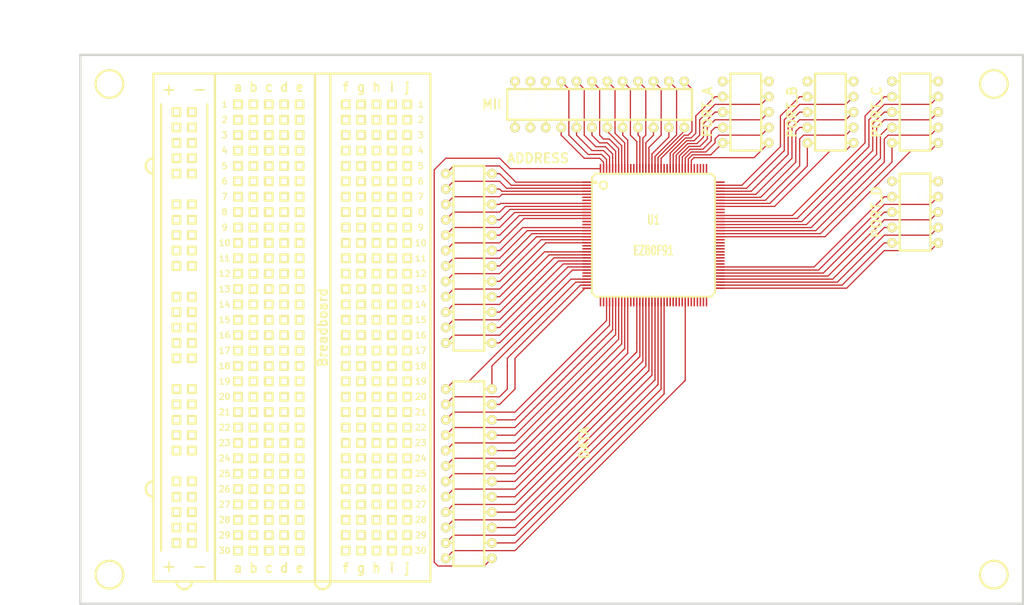
<source format=kicad_pcb>
(kicad_pcb (version 3) (host pcbnew "(2013-may-18)-stable")
  (title_block (title EightZero))
  (layers (15 Front signal) (0 Back signal) (18 B.Paste user) (19 F.Paste user) (20 B.SilkS user) (21 F.SilkS user) (22 B.Mask user) (23 F.Mask user) (28 Edge.Cuts user))
  (net 0 "")
  (net 1 /A0)
  (net 2 /A1)
  (net 3 /A10)
  (net 4 /A11)
  (net 5 /A12)
  (net 6 /A13)
  (net 7 /A14)
  (net 8 /A15)
  (net 9 /A16)
  (net 10 /A17)
  (net 11 /A18)
  (net 12 /A19)
  (net 13 /A2)
  (net 14 /A20)
  (net 15 /A21)
  (net 16 /A22)
  (net 17 /A23)
  (net 18 /A3)
  (net 19 /A4)
  (net 20 /A5)
  (net 21 /A6)
  (net 22 /A7)
  (net 23 /A8)
  (net 24 /A9)
  (net 25 /BUSACK)
  (net 26 /BUSREQ)
  (net 27 /CS0)
  (net 28 /CS1)
  (net 29 /CS2)
  (net 30 /CS3)
  (net 31 /D0)
  (net 32 /D1)
  (net 33 /D2)
  (net 34 /D3)
  (net 35 /D4)
  (net 36 /D5)
  (net 37 /D6)
  (net 38 /D7)
  (net 39 /HALT)
  (net 40 /INSTRD)
  (net 41 /IORQ)
  (net 42 /MREQ)
  (net 43 /NMI)
  (net 44 /RD)
  (net 45 /RESET)
  (net 46 /WAIT)
  (net 47 /WP)
  (net 48 /WR)
  (net 49 N-000020)
  (net 50 N-000023)
  (net 51 N-000024)
  (net 52 N-000025)
  (net 53 N-000028)
  (net 54 N-000029)
  (net 55 N-000030)
  (net 56 N-000031)
  (net 57 N-000033)
  (net 58 N-000035)
  (net 59 N-000036)
  (net 60 N-000038)
  (net 61 N-000043)
  (net 62 N-000044)
  (net 63 N-000045)
  (net 64 N-000046)
  (net 65 N-000048)
  (net 66 N-000049)
  (net 67 N-000050)
  (net 68 N-000052)
  (net 69 N-000053)
  (net 70 N-000054)
  (net 71 N-000055)
  (net 72 N-000056)
  (net 73 N-000058)
  (net 74 N-000059)
  (net 75 N-000060)
  (net 76 N-000061)
  (net 77 N-000062)
  (net 78 N-000063)
  (net 79 N-000065)
  (net 80 N-000066)
  (net 81 N-000067)
  (net 82 N-000070)
  (net 83 N-000073)
  (net 84 N-000075)
  (net 85 N-000079)
  (net 86 N-000085)
  (net 87 N-000088)
  (net 88 N-000090)
  (net 89 N-000122)
  (net 90 N-000125)
  (net 91 N-000126)
  (net 92 N-000127)
  (net 93 N-000128)
  (net 94 N-000129)
  (net 95 N-000130)
  (net 96 N-000131)
  (net 97 N-000132)
  (net 98 N-000154)
  (module 1pin (layer Front) (at 79.80172 140.80236)
    (fp_text reference "" (at 0 -3.048) (layer F.SilkS) (effects (font (size 1.016 1.016) (thickness 0.254))))
    (fp_text value "" hide)
    (pad "" np_thru_hole circle (at 0 0) (size 3.50012 3.50012) (drill 3.50012) (layers *.Cu *.Mask F.SilkS) (clearance 2.99974))
  )
  (module 1pin (layer Front) (at 225.80092 140.80236)
    (fp_text reference "" (at 0 -3.048) (layer F.SilkS) (effects (font (size 1.016 1.016) (thickness 0.254))))
    (fp_text value "" hide)
    (pad "" np_thru_hole circle (at 0 0) (size 3.50012 3.50012) (drill 3.50012) (layers *.Cu *.Mask F.SilkS) (clearance 2.99974))
  )
  (module 1pin (layer Front) (at 225.80092 59.80176)
    (fp_text reference "" (at 0 -3.048) (layer F.SilkS) (effects (font (size 1.016 1.016) (thickness 0.254))))
    (fp_text value "" hide)
    (pad "" np_thru_hole circle (at 0 0) (size 3.50012 3.50012) (drill 3.50012) (layers *.Cu *.Mask F.SilkS) (clearance 2.99974))
  )
  (module 1pin (layer Front) (at 79.80172 59.80176)
    (fp_text reference "" (at 0 -3.048) (layer F.SilkS) (effects (font (size 1.016 1.016) (thickness 0.254))))
    (fp_text value "" hide)
    (pad "" np_thru_hole circle (at 0 0) (size 3.50012 3.50012) (drill 3.50012) (layers *.Cu *.Mask) (clearance 2.99974))
  )
  (module TQFP144 (layer Front) (at 169.61104 84.76488 90)
    (fp_text reference U1 (at 2.54 0 180) (layer F.SilkS) (effects (font (size 1.524 1.016) (thickness 0.254))))
    (fp_text value EZ80F91 (at -2.54 0 180) (layer F.SilkS) (effects (font (size 1.524 1.016) (thickness 0.254))))
    (pad 1 smd rect (at 8.7503 -10.9855 90) (size 0.254 1.524) (layers Front F.Paste F.Mask) (net 1 /A0))
    (pad 2 smd rect (at 8.2423 -10.9855 90) (size 0.254 1.524) (layers Front F.Paste F.Mask) (net 2 /A1))
    (pad 3 smd rect (at 7.747 -10.9855 90) (size 0.254 1.524) (layers Front F.Paste F.Mask) (net 13 /A2))
    (pad 4 smd rect (at 7.2517 -10.9855 90) (size 0.254 1.524) (layers Front F.Paste F.Mask) (net 18 /A3))
    (pad 5 smd rect (at 6.7437 -10.9855 90) (size 0.254 1.524) (layers Front F.Paste F.Mask) (net 19 /A4))
    (pad 6 smd rect (at 6.2484 -10.9855 90) (size 0.254 1.524) (layers Front F.Paste F.Mask))
    (pad 7 smd rect (at 5.7531 -10.9855 90) (size 0.254 1.524) (layers Front F.Paste F.Mask))
    (pad 8 smd rect (at 5.2451 -10.9855 90) (size 0.254 1.524) (layers Front F.Paste F.Mask) (net 20 /A5))
    (pad 9 smd rect (at 4.7498 -10.9855 90) (size 0.254 1.524) (layers Front F.Paste F.Mask) (net 21 /A6))
    (pad 10 smd rect (at 4.2545 -10.9855 90) (size 0.254 1.524) (layers Front F.Paste F.Mask) (net 22 /A7))
    (pad 11 smd rect (at 3.7465 -10.9855 90) (size 0.254 1.524) (layers Front F.Paste F.Mask) (net 23 /A8))
    (pad 12 smd rect (at 3.2512 -10.9855 90) (size 0.254 1.524) (layers Front F.Paste F.Mask) (net 24 /A9))
    (pad 13 smd rect (at 2.7559 -10.9855 90) (size 0.254 1.524) (layers Front F.Paste F.Mask) (net 3 /A10))
    (pad 14 smd rect (at 2.2479 -10.9855 90) (size 0.254 1.524) (layers Front F.Paste F.Mask))
    (pad 15 smd rect (at 1.7526 -10.9855 90) (size 0.254 1.524) (layers Front F.Paste F.Mask))
    (pad 16 smd rect (at 1.2573 -10.9855 90) (size 0.254 1.524) (layers Front F.Paste F.Mask) (net 4 /A11))
    (pad 17 smd rect (at 0.7493 -10.9855 90) (size 0.254 1.524) (layers Front F.Paste F.Mask) (net 5 /A12))
    (pad 18 smd rect (at 0.254 -10.9855 90) (size 0.254 1.524) (layers Front F.Paste F.Mask) (net 6 /A13))
    (pad 19 smd rect (at -0.254 -10.9855 90) (size 0.254 1.524) (layers Front F.Paste F.Mask) (net 7 /A14))
    (pad 20 smd rect (at -0.7493 -10.9855 90) (size 0.254 1.524) (layers Front F.Paste F.Mask) (net 8 /A15))
    (pad 21 smd rect (at -1.2573 -10.9855 90) (size 0.254 1.524) (layers Front F.Paste F.Mask) (net 9 /A16))
    (pad 22 smd rect (at -1.7526 -10.9855 90) (size 0.254 1.524) (layers Front F.Paste F.Mask))
    (pad 23 smd rect (at -2.2479 -10.9855 90) (size 0.254 1.524) (layers Front F.Paste F.Mask))
    (pad 24 smd rect (at -2.7559 -10.9855 90) (size 0.254 1.524) (layers Front F.Paste F.Mask) (net 10 /A17))
    (pad 25 smd rect (at -3.2512 -10.9855 90) (size 0.254 1.524) (layers Front F.Paste F.Mask) (net 11 /A18))
    (pad 26 smd rect (at -3.7465 -10.9855 90) (size 0.254 1.524) (layers Front F.Paste F.Mask) (net 12 /A19))
    (pad 27 smd rect (at -4.2545 -10.9855 90) (size 0.254 1.524) (layers Front F.Paste F.Mask) (net 14 /A20))
    (pad 28 smd rect (at -4.7498 -10.9855 90) (size 0.254 1.524) (layers Front F.Paste F.Mask) (net 15 /A21))
    (pad 29 smd rect (at -5.2451 -10.9855 90) (size 0.254 1.524) (layers Front F.Paste F.Mask) (net 16 /A22))
    (pad 30 smd rect (at -5.7531 -10.9855 90) (size 0.254 1.524) (layers Front F.Paste F.Mask) (net 17 /A23))
    (pad 31 smd rect (at -6.2484 -10.9855 90) (size 0.254 1.524) (layers Front F.Paste F.Mask))
    (pad 32 smd rect (at -6.7437 -10.9855 90) (size 0.254 1.524) (layers Front F.Paste F.Mask))
    (pad 33 smd rect (at -7.2517 -10.9855 90) (size 0.254 1.524) (layers Front F.Paste F.Mask) (net 27 /CS0))
    (pad 34 smd rect (at -7.747 -10.9855 90) (size 0.254 1.524) (layers Front F.Paste F.Mask) (net 28 /CS1))
    (pad 35 smd rect (at -8.2423 -10.9855 90) (size 0.254 1.524) (layers Front F.Paste F.Mask) (net 29 /CS2))
    (pad 36 smd rect (at -8.7503 -10.9855 90) (size 0.254 1.524) (layers Front F.Paste F.Mask) (net 30 /CS3))
    (pad 66 smd rect (at -10.9855 5.7531 90) (size 1.524 0.254) (layers Front F.Paste F.Mask))
    (pad 67 smd rect (at -10.9855 6.2484 90) (size 1.524 0.254) (layers Front F.Paste F.Mask))
    (pad 68 smd rect (at -10.9855 6.7437 90) (size 1.524 0.254) (layers Front F.Paste F.Mask))
    (pad 69 smd rect (at -10.9855 7.2517 90) (size 1.524 0.254) (layers Front F.Paste F.Mask))
    (pad 70 smd rect (at -10.9855 7.747 90) (size 1.524 0.254) (layers Front F.Paste F.Mask))
    (pad 71 smd rect (at -10.9855 8.2423 90) (size 1.524 0.254) (layers Front F.Paste F.Mask))
    (pad 72 smd rect (at -10.9855 8.7503 90) (size 1.524 0.254) (layers Front F.Paste F.Mask))
    (pad 114 smd rect (at 10.9855 6.2484 90) (size 1.524 0.254) (layers Front F.Paste F.Mask) (net 80 N-000066))
    (pad 115 smd rect (at 10.9855 5.7531 90) (size 1.524 0.254) (layers Front F.Paste F.Mask) (net 77 N-000062))
    (pad 116 smd rect (at 10.9855 5.2451 90) (size 1.524 0.254) (layers Front F.Paste F.Mask) (net 73 N-000058))
    (pad 117 smd rect (at 10.9855 4.7498 90) (size 1.524 0.254) (layers Front F.Paste F.Mask) (net 70 N-000054))
    (pad 118 smd rect (at 10.9855 4.2545 90) (size 1.524 0.254) (layers Front F.Paste F.Mask) (net 67 N-000050))
    (pad 119 smd rect (at 10.9855 3.7465 90) (size 1.524 0.254) (layers Front F.Paste F.Mask) (net 64 N-000046))
    (pad 120 smd rect (at 10.9855 3.2512 90) (size 1.524 0.254) (layers Front F.Paste F.Mask) (net 59 N-000036))
    (pad 121 smd rect (at 10.9855 2.7559 90) (size 1.524 0.254) (layers Front F.Paste F.Mask) (net 56 N-000031))
    (pad 122 smd rect (at 10.9855 2.2479 90) (size 1.524 0.254) (layers Front F.Paste F.Mask))
    (pad 123 smd rect (at 10.9855 1.7526 90) (size 1.524 0.254) (layers Front F.Paste F.Mask))
    (pad 124 smd rect (at 10.9855 1.2573 90) (size 1.524 0.254) (layers Front F.Paste F.Mask) (net 79 N-000065))
    (pad 125 smd rect (at 10.9855 0.7493 90) (size 1.524 0.254) (layers Front F.Paste F.Mask) (net 76 N-000061))
    (pad 126 smd rect (at 10.9855 0.254 90) (size 1.524 0.254) (layers Front F.Paste F.Mask) (net 61 N-000043))
    (pad 127 smd rect (at 10.9855 -0.254 90) (size 1.524 0.254) (layers Front F.Paste F.Mask) (net 69 N-000053))
    (pad 128 smd rect (at 10.9855 -0.7493 90) (size 1.524 0.254) (layers Front F.Paste F.Mask) (net 66 N-000049))
    (pad 129 smd rect (at 10.9855 -1.2573 90) (size 1.524 0.254) (layers Front F.Paste F.Mask) (net 63 N-000045))
    (pad 130 smd rect (at 10.9855 -1.7526 90) (size 1.524 0.254) (layers Front F.Paste F.Mask) (net 58 N-000035))
    (pad 131 smd rect (at 10.9855 -2.2479 90) (size 1.524 0.254) (layers Front F.Paste F.Mask) (net 55 N-000030))
    (pad 132 smd rect (at 10.9855 -2.7559 90) (size 1.524 0.254) (layers Front F.Paste F.Mask) (net 52 N-000025))
    (pad 133 smd rect (at 10.9855 -3.2512 90) (size 1.524 0.254) (layers Front F.Paste F.Mask))
    (pad 134 smd rect (at 10.9855 -3.7465 90) (size 1.524 0.254) (layers Front F.Paste F.Mask))
    (pad 135 smd rect (at 10.9855 -4.2545 90) (size 1.524 0.254) (layers Front F.Paste F.Mask) (net 75 N-000060))
    (pad 136 smd rect (at 10.9855 -4.7498 90) (size 1.524 0.254) (layers Front F.Paste F.Mask) (net 72 N-000056))
    (pad 137 smd rect (at 10.9855 -5.2451 90) (size 1.524 0.254) (layers Front F.Paste F.Mask) (net 68 N-000052))
    (pad 138 smd rect (at 10.9855 -5.7531 90) (size 1.524 0.254) (layers Front F.Paste F.Mask) (net 65 N-000048))
    (pad 139 smd rect (at 10.9855 -6.2484 90) (size 1.524 0.254) (layers Front F.Paste F.Mask) (net 62 N-000044))
    (pad 140 smd rect (at 10.9855 -6.7437 90) (size 1.524 0.254) (layers Front F.Paste F.Mask) (net 49 N-000020))
    (pad 141 smd rect (at 10.9855 -7.2517 90) (size 1.524 0.254) (layers Front F.Paste F.Mask) (net 54 N-000029))
    (pad 142 smd rect (at 10.9855 -7.747 90) (size 1.524 0.254) (layers Front F.Paste F.Mask) (net 51 N-000024))
    (pad 143 smd rect (at 10.9855 -8.2423 90) (size 1.524 0.254) (layers Front F.Paste F.Mask) (net 98 N-000154))
    (pad 144 smd rect (at 10.9855 -8.7503 90) (size 1.524 0.254) (layers Front F.Paste F.Mask) (net 47 /WP))
    (pad 37 smd rect (at -10.9855 -8.7503 90) (size 1.524 0.254) (layers Front F.Paste F.Mask))
    (pad 38 smd rect (at -10.9855 -8.2423 90) (size 1.524 0.254) (layers Front F.Paste F.Mask))
    (pad 39 smd rect (at -10.9855 -7.747 90) (size 1.524 0.254) (layers Front F.Paste F.Mask) (net 31 /D0))
    (pad 40 smd rect (at -10.9855 -7.2517 90) (size 1.524 0.254) (layers Front F.Paste F.Mask) (net 32 /D1))
    (pad 41 smd rect (at -10.9855 -6.7437 90) (size 1.524 0.254) (layers Front F.Paste F.Mask) (net 33 /D2))
    (pad 42 smd rect (at -10.9855 -6.2484 90) (size 1.524 0.254) (layers Front F.Paste F.Mask) (net 34 /D3))
    (pad 43 smd rect (at -10.9855 -5.7531 90) (size 1.524 0.254) (layers Front F.Paste F.Mask) (net 35 /D4))
    (pad 44 smd rect (at -10.9855 -5.2451 90) (size 1.524 0.254) (layers Front F.Paste F.Mask) (net 36 /D5))
    (pad 45 smd rect (at -10.9855 -4.7498 90) (size 1.524 0.254) (layers Front F.Paste F.Mask) (net 37 /D6))
    (pad 46 smd rect (at -10.9855 -4.2545 90) (size 1.524 0.254) (layers Front F.Paste F.Mask) (net 38 /D7))
    (pad 47 smd rect (at -10.9855 -3.7465 90) (size 1.524 0.254) (layers Front F.Paste F.Mask))
    (pad 48 smd rect (at -10.9855 -3.2512 90) (size 1.524 0.254) (layers Front F.Paste F.Mask))
    (pad 49 smd rect (at -10.9855 -2.7559 90) (size 1.524 0.254) (layers Front F.Paste F.Mask) (net 41 /IORQ))
    (pad 50 smd rect (at -10.9855 -2.2479 90) (size 1.524 0.254) (layers Front F.Paste F.Mask) (net 42 /MREQ))
    (pad 51 smd rect (at -10.9855 -1.7526 90) (size 1.524 0.254) (layers Front F.Paste F.Mask) (net 44 /RD))
    (pad 52 smd rect (at -10.9855 -1.2573 90) (size 1.524 0.254) (layers Front F.Paste F.Mask) (net 48 /WR))
    (pad 53 smd rect (at -10.9855 -0.7493 90) (size 1.524 0.254) (layers Front F.Paste F.Mask) (net 40 /INSTRD))
    (pad 54 smd rect (at -10.9855 -0.254 90) (size 1.524 0.254) (layers Front F.Paste F.Mask) (net 46 /WAIT))
    (pad 55 smd rect (at -10.9855 0.254 90) (size 1.524 0.254) (layers Front F.Paste F.Mask) (net 45 /RESET))
    (pad 56 smd rect (at -10.9855 0.7493 90) (size 1.524 0.254) (layers Front F.Paste F.Mask) (net 43 /NMI))
    (pad 57 smd rect (at -10.9855 1.2573 90) (size 1.524 0.254) (layers Front F.Paste F.Mask) (net 26 /BUSREQ))
    (pad 58 smd rect (at -10.9855 1.7526 90) (size 1.524 0.254) (layers Front F.Paste F.Mask) (net 25 /BUSACK))
    (pad 59 smd rect (at -10.9855 2.2479 90) (size 1.524 0.254) (layers Front F.Paste F.Mask))
    (pad 60 smd rect (at -10.9855 2.7559 90) (size 1.524 0.254) (layers Front F.Paste F.Mask))
    (pad 61 smd rect (at -10.9855 3.2512 90) (size 1.524 0.254) (layers Front F.Paste F.Mask))
    (pad 62 smd rect (at -10.9855 3.7465 90) (size 1.524 0.254) (layers Front F.Paste F.Mask))
    (pad 63 smd rect (at -10.9855 4.2545 90) (size 1.524 0.254) (layers Front F.Paste F.Mask))
    (pad 64 smd rect (at -10.9855 4.7498 90) (size 1.524 0.254) (layers Front F.Paste F.Mask))
    (pad 65 smd rect (at -10.9855 5.2451 90) (size 1.524 0.254) (layers Front F.Paste F.Mask) (net 39 /HALT))
    (pad 78 smd rect (at -6.2484 10.9855 90) (size 0.254 1.524) (layers Front F.Paste F.Mask) (net 92 N-000127))
    (pad 79 smd rect (at -5.7531 10.9855 90) (size 0.254 1.524) (layers Front F.Paste F.Mask) (net 91 N-000126))
    (pad 80 smd rect (at -5.2451 10.9855 90) (size 0.254 1.524) (layers Front F.Paste F.Mask) (net 90 N-000125))
    (pad 81 smd rect (at -4.7498 10.9855 90) (size 0.254 1.524) (layers Front F.Paste F.Mask))
    (pad 82 smd rect (at -4.2545 10.9855 90) (size 0.254 1.524) (layers Front F.Paste F.Mask))
    (pad 83 smd rect (at -3.7465 10.9855 90) (size 0.254 1.524) (layers Front F.Paste F.Mask))
    (pad 84 smd rect (at -3.2512 10.9855 90) (size 0.254 1.524) (layers Front F.Paste F.Mask))
    (pad 85 smd rect (at -2.7559 10.9855 90) (size 0.254 1.524) (layers Front F.Paste F.Mask))
    (pad 86 smd rect (at -2.2479 10.9855 90) (size 0.254 1.524) (layers Front F.Paste F.Mask))
    (pad 87 smd rect (at -1.7526 10.9855 90) (size 0.254 1.524) (layers Front F.Paste F.Mask))
    (pad 88 smd rect (at -1.2573 10.9855 90) (size 0.254 1.524) (layers Front F.Paste F.Mask))
    (pad 89 smd rect (at -0.7493 10.9855 90) (size 0.254 1.524) (layers Front F.Paste F.Mask))
    (pad 90 smd rect (at -0.254 10.9855 90) (size 0.254 1.524) (layers Front F.Paste F.Mask) (net 89 N-000122))
    (pad 91 smd rect (at 0.254 10.9855 90) (size 0.254 1.524) (layers Front F.Paste F.Mask) (net 87 N-000088))
    (pad 92 smd rect (at 0.7493 10.9855 90) (size 0.254 1.524) (layers Front F.Paste F.Mask) (net 85 N-000079))
    (pad 93 smd rect (at 1.2573 10.9855 90) (size 0.254 1.524) (layers Front F.Paste F.Mask) (net 84 N-000075))
    (pad 94 smd rect (at 1.7526 10.9855 90) (size 0.254 1.524) (layers Front F.Paste F.Mask) (net 82 N-000070))
    (pad 95 smd rect (at 2.2479 10.9855 90) (size 0.254 1.524) (layers Front F.Paste F.Mask) (net 83 N-000073))
    (pad 96 smd rect (at 2.7559 10.9855 90) (size 0.254 1.524) (layers Front F.Paste F.Mask) (net 88 N-000090))
    (pad 97 smd rect (at 3.2512 10.9855 90) (size 0.254 1.524) (layers Front F.Paste F.Mask) (net 86 N-000085))
    (pad 98 smd rect (at 3.7465 10.9855 90) (size 0.254 1.524) (layers Front F.Paste F.Mask))
    (pad 99 smd rect (at 4.2545 10.9855 90) (size 0.254 1.524) (layers Front F.Paste F.Mask))
    (pad 100 smd rect (at 4.7498 10.9855 90) (size 0.254 1.524) (layers Front F.Paste F.Mask) (net 60 N-000038))
    (pad 101 smd rect (at 5.2451 10.9855 90) (size 0.254 1.524) (layers Front F.Paste F.Mask) (net 57 N-000033))
    (pad 102 smd rect (at 5.7531 10.9855 90) (size 0.254 1.524) (layers Front F.Paste F.Mask) (net 53 N-000028))
    (pad 103 smd rect (at 6.2484 10.9855 90) (size 0.254 1.524) (layers Front F.Paste F.Mask) (net 50 N-000023))
    (pad 104 smd rect (at 6.7437 10.9855 90) (size 0.254 1.524) (layers Front F.Paste F.Mask) (net 81 N-000067))
    (pad 105 smd rect (at 7.2517 10.9855 90) (size 0.254 1.524) (layers Front F.Paste F.Mask) (net 78 N-000063))
    (pad 106 smd rect (at 7.747 10.9855 90) (size 0.254 1.524) (layers Front F.Paste F.Mask) (net 74 N-000059))
    (pad 107 smd rect (at 8.2423 10.9855 90) (size 0.254 1.524) (layers Front F.Paste F.Mask) (net 71 N-000055))
    (pad 108 smd rect (at 8.7503 10.9855 90) (size 0.254 1.524) (layers Front F.Paste F.Mask))
    (pad 73 smd rect (at -8.7503 10.9855 90) (size 0.254 1.524) (layers Front F.Paste F.Mask) (net 97 N-000132))
    (pad 74 smd rect (at -8.2423 10.9855 90) (size 0.254 1.524) (layers Front F.Paste F.Mask) (net 96 N-000131))
    (pad 75 smd rect (at -7.747 10.9855 90) (size 0.254 1.524) (layers Front F.Paste F.Mask) (net 95 N-000130))
    (pad 76 smd rect (at -7.2517 10.9855 90) (size 0.254 1.524) (layers Front F.Paste F.Mask) (net 94 N-000129))
    (pad 77 smd rect (at -6.7437 10.9855 90) (size 0.254 1.524) (layers Front F.Paste F.Mask) (net 93 N-000128))
    (pad 109 smd rect (at 10.9855 8.7503 90) (size 1.524 0.254) (layers Front F.Paste F.Mask))
    (pad 110 smd rect (at 10.9855 8.2423 90) (size 1.524 0.254) (layers Front F.Paste F.Mask))
    (pad 111 smd rect (at 10.9855 7.747 90) (size 1.524 0.254) (layers Front F.Paste F.Mask))
    (pad 112 smd rect (at 10.9855 7.2517 90) (size 1.524 0.254) (layers Front F.Paste F.Mask))
    (pad 113 smd rect (at 10.9855 6.7437 90) (size 1.524 0.254) (layers Front F.Paste F.Mask))
  )
  (module Breadboard (layer Front) (at 115.00104 100.00488 270)
    (fp_text reference Breadboard (at 0 0 270) (layer F.SilkS) (effects (font (size 1.524 1.524) (thickness 0.3048))))
    (fp_text value "" (at 0 -20.32 270) (layer F.SilkS) (effects (font (size 1.524 1.524) (thickness 0.3048))))
    (fp_text user j (at 39.6875 -13.97 360) (layer F.SilkS) (effects (font (size 1.50114 1.50114) (thickness 0.29972))))
    (fp_text user i (at 39.6875 -11.43 360) (layer F.SilkS) (effects (font (size 1.50114 1.50114) (thickness 0.29972))))
    (fp_text user h (at 39.6875 -8.89 360) (layer F.SilkS) (effects (font (size 1.50114 1.50114) (thickness 0.29972))))
    (fp_text user g (at 39.6875 -6.35 360) (layer F.SilkS) (effects (font (size 1.50114 1.50114) (thickness 0.29972))))
    (fp_text user f (at 39.6875 -3.81 360) (layer F.SilkS) (effects (font (size 1.50114 1.50114) (thickness 0.29972))))
    (fp_text user a (at 39.6875 13.97 360) (layer F.SilkS) (effects (font (size 1.50114 1.50114) (thickness 0.29972))))
    (fp_text user b (at 39.6875 11.43 360) (layer F.SilkS) (effects (font (size 1.50114 1.50114) (thickness 0.29972))))
    (fp_text user c (at 39.6875 8.89 360) (layer F.SilkS) (effects (font (size 1.50114 1.50114) (thickness 0.29972))))
    (fp_text user d (at 39.6875 6.35 360) (layer F.SilkS) (effects (font (size 1.50114 1.50114) (thickness 0.29972))))
    (fp_text user e (at 39.6875 3.81 360) (layer F.SilkS) (effects (font (size 1.50114 1.50114) (thickness 0.29972))))
    (fp_text user + (at 39.37 25.4 360) (layer F.SilkS) (effects (font (size 1.99898 1.99898) (thickness 0.29972))))
    (fp_text user - (at 39.37 20.32 360) (layer F.SilkS) (effects (font (size 1.99898 1.99898) (thickness 0.29972))))
    (fp_text user - (at -39.37 20.32 360) (layer F.SilkS) (effects (font (size 1.99898 1.99898) (thickness 0.29972))))
    (fp_text user + (at -39.37 25.4 360) (layer F.SilkS) (effects (font (size 1.99898 1.99898) (thickness 0.29972))))
    (fp_text user e (at -39.6875 3.81 360) (layer F.SilkS) (effects (font (size 1.50114 1.50114) (thickness 0.29972))))
    (fp_text user d (at -39.6875 6.35 360) (layer F.SilkS) (effects (font (size 1.50114 1.50114) (thickness 0.29972))))
    (fp_text user c (at -39.6875 8.89 360) (layer F.SilkS) (effects (font (size 1.50114 1.50114) (thickness 0.29972))))
    (fp_text user b (at -39.6875 11.43 360) (layer F.SilkS) (effects (font (size 1.50114 1.50114) (thickness 0.29972))))
    (fp_text user a (at -39.6875 13.97 360) (layer F.SilkS) (effects (font (size 1.50114 1.50114) (thickness 0.29972))))
    (fp_text user f (at -39.6875 -3.81 360) (layer F.SilkS) (effects (font (size 1.50114 1.50114) (thickness 0.29972))))
    (fp_text user g (at -39.6875 -6.35 360) (layer F.SilkS) (effects (font (size 1.50114 1.50114) (thickness 0.29972))))
    (fp_text user h (at -39.6875 -8.89 360) (layer F.SilkS) (effects (font (size 1.50114 1.50114) (thickness 0.29972))))
    (fp_text user i (at -39.6875 -11.43 360) (layer F.SilkS) (effects (font (size 1.50114 1.50114) (thickness 0.29972))))
    (fp_text user j (at -39.6875 -13.97 360) (layer F.SilkS) (effects (font (size 1.50114 1.50114) (thickness 0.29972))))
    (fp_text user 30 (at 36.83 16.1925 360) (layer F.SilkS) (effects (font (size 1.00076 1.00076) (thickness 0.20066))))
    (fp_text user 29 (at 34.29 16.1925 360) (layer F.SilkS) (effects (font (size 1.00076 1.00076) (thickness 0.20066))))
    (fp_text user 27 (at 29.21 16.1925 360) (layer F.SilkS) (effects (font (size 1.00076 1.00076) (thickness 0.20066))))
    (fp_text user 28 (at 31.75 16.1925 360) (layer F.SilkS) (effects (font (size 1.00076 1.00076) (thickness 0.20066))))
    (fp_text user 24 (at 21.59 16.1925 360) (layer F.SilkS) (effects (font (size 1.00076 1.00076) (thickness 0.20066))))
    (fp_text user 23 (at 19.05 16.1925 360) (layer F.SilkS) (effects (font (size 1.00076 1.00076) (thickness 0.20066))))
    (fp_text user 25 (at 24.13 16.1925 360) (layer F.SilkS) (effects (font (size 1.00076 1.00076) (thickness 0.20066))))
    (fp_text user 26 (at 26.67 16.1925 360) (layer F.SilkS) (effects (font (size 1.00076 1.00076) (thickness 0.20066))))
    (fp_text user 18 (at 6.35 16.1925 360) (layer F.SilkS) (effects (font (size 1.00076 1.00076) (thickness 0.20066))))
    (fp_text user 17 (at 3.81 16.1925 360) (layer F.SilkS) (effects (font (size 1.00076 1.00076) (thickness 0.20066))))
    (fp_text user 15 (at -1.27 16.1925 360) (layer F.SilkS) (effects (font (size 1.00076 1.00076) (thickness 0.20066))))
    (fp_text user 16 (at 1.27 16.1925 360) (layer F.SilkS) (effects (font (size 1.00076 1.00076) (thickness 0.20066))))
    (fp_text user 20 (at 11.43 16.1925 360) (layer F.SilkS) (effects (font (size 1.00076 1.00076) (thickness 0.20066))))
    (fp_text user 19 (at 8.89 16.1925 360) (layer F.SilkS) (effects (font (size 1.00076 1.00076) (thickness 0.20066))))
    (fp_text user 21 (at 13.97 16.1925 360) (layer F.SilkS) (effects (font (size 1.00076 1.00076) (thickness 0.20066))))
    (fp_text user 22 (at 16.51 16.1925 360) (layer F.SilkS) (effects (font (size 1.00076 1.00076) (thickness 0.20066))))
    (fp_text user 6 (at -24.13 16.1925 360) (layer F.SilkS) (effects (font (size 1.00076 1.00076) (thickness 0.20066))))
    (fp_text user 5 (at -26.67 16.1925 360) (layer F.SilkS) (effects (font (size 1.00076 1.00076) (thickness 0.20066))))
    (fp_text user 3 (at -31.75 16.1925 360) (layer F.SilkS) (effects (font (size 1.00076 1.00076) (thickness 0.20066))))
    (fp_text user 4 (at -29.21 16.1925 360) (layer F.SilkS) (effects (font (size 1.00076 1.00076) (thickness 0.20066))))
    (fp_text user 1 (at -36.83 16.1925 360) (layer F.SilkS) (effects (font (size 1.00076 1.00076) (thickness 0.20066))))
    (fp_text user 2 (at -34.29 16.1925 360) (layer F.SilkS) (effects (font (size 1.00076 1.00076) (thickness 0.20066))))
    (fp_text user 10 (at -13.97 16.1925 360) (layer F.SilkS) (effects (font (size 1.00076 1.00076) (thickness 0.20066))))
    (fp_text user 9 (at -16.51 16.1925 360) (layer F.SilkS) (effects (font (size 1.00076 1.00076) (thickness 0.20066))))
    (fp_text user 7 (at -21.59 16.1925 360) (layer F.SilkS) (effects (font (size 1.00076 1.00076) (thickness 0.20066))))
    (fp_text user 8 (at -19.05 16.1925 360) (layer F.SilkS) (effects (font (size 1.00076 1.00076) (thickness 0.20066))))
    (fp_text user 12 (at -8.89 16.1925 360) (layer F.SilkS) (effects (font (size 1.00076 1.00076) (thickness 0.20066))))
    (fp_text user 11 (at -11.43 16.1925 360) (layer F.SilkS) (effects (font (size 1.00076 1.00076) (thickness 0.20066))))
    (fp_text user 13 (at -6.35 16.1925 360) (layer F.SilkS) (effects (font (size 1.00076 1.00076) (thickness 0.20066))))
    (fp_text user 14 (at -3.81 16.1925 360) (layer F.SilkS) (effects (font (size 1.00076 1.00076) (thickness 0.20066))))
    (fp_text user 14 (at -3.81 -16.1925 360) (layer F.SilkS) (effects (font (size 1.00076 1.00076) (thickness 0.20066))))
    (fp_text user 13 (at -6.35 -16.1925 360) (layer F.SilkS) (effects (font (size 1.00076 1.00076) (thickness 0.20066))))
    (fp_text user 11 (at -11.43 -16.1925 360) (layer F.SilkS) (effects (font (size 1.00076 1.00076) (thickness 0.20066))))
    (fp_text user 12 (at -8.89 -16.1925 360) (layer F.SilkS) (effects (font (size 1.00076 1.00076) (thickness 0.20066))))
    (fp_text user 8 (at -19.05 -16.1925 360) (layer F.SilkS) (effects (font (size 1.00076 1.00076) (thickness 0.20066))))
    (fp_text user 7 (at -21.59 -16.1925 360) (layer F.SilkS) (effects (font (size 1.00076 1.00076) (thickness 0.20066))))
    (fp_text user 9 (at -16.51 -16.1925 360) (layer F.SilkS) (effects (font (size 1.00076 1.00076) (thickness 0.20066))))
    (fp_text user 10 (at -13.97 -16.1925 360) (layer F.SilkS) (effects (font (size 1.00076 1.00076) (thickness 0.20066))))
    (fp_text user 2 (at -34.29 -16.1925 360) (layer F.SilkS) (effects (font (size 1.00076 1.00076) (thickness 0.20066))))
    (fp_text user 1 (at -36.83 -16.1925 360) (layer F.SilkS) (effects (font (size 1.00076 1.00076) (thickness 0.20066))))
    (fp_text user 4 (at -29.21 -16.1925 360) (layer F.SilkS) (effects (font (size 1.00076 1.00076) (thickness 0.20066))))
    (fp_text user 3 (at -31.75 -16.1925 360) (layer F.SilkS) (effects (font (size 1.00076 1.00076) (thickness 0.20066))))
    (fp_text user 5 (at -26.67 -16.1925 360) (layer F.SilkS) (effects (font (size 1.00076 1.00076) (thickness 0.20066))))
    (fp_text user 6 (at -24.13 -16.1925 360) (layer F.SilkS) (effects (font (size 1.00076 1.00076) (thickness 0.20066))))
    (fp_text user 22 (at 16.51 -16.1925 360) (layer F.SilkS) (effects (font (size 1.00076 1.00076) (thickness 0.20066))))
    (fp_text user 21 (at 13.97 -16.1925 360) (layer F.SilkS) (effects (font (size 1.00076 1.00076) (thickness 0.20066))))
    (fp_text user 19 (at 8.89 -16.1925 360) (layer F.SilkS) (effects (font (size 1.00076 1.00076) (thickness 0.20066))))
    (fp_text user 20 (at 11.43 -16.1925 360) (layer F.SilkS) (effects (font (size 1.00076 1.00076) (thickness 0.20066))))
    (fp_text user 16 (at 1.27 -16.1925 360) (layer F.SilkS) (effects (font (size 1.00076 1.00076) (thickness 0.20066))))
    (fp_text user 15 (at -1.27 -16.1925 360) (layer F.SilkS) (effects (font (size 1.00076 1.00076) (thickness 0.20066))))
    (fp_text user 17 (at 3.81 -16.1925 360) (layer F.SilkS) (effects (font (size 1.00076 1.00076) (thickness 0.20066))))
    (fp_text user 18 (at 6.35 -16.1925 360) (layer F.SilkS) (effects (font (size 1.00076 1.00076) (thickness 0.20066))))
    (fp_text user 26 (at 26.67 -16.1925 360) (layer F.SilkS) (effects (font (size 1.00076 1.00076) (thickness 0.20066))))
    (fp_text user 25 (at 24.13 -16.1925 360) (layer F.SilkS) (effects (font (size 1.00076 1.00076) (thickness 0.20066))))
    (fp_text user 23 (at 19.05 -16.1925 360) (layer F.SilkS) (effects (font (size 1.00076 1.00076) (thickness 0.20066))))
    (fp_text user 24 (at 21.59 -16.1925 360) (layer F.SilkS) (effects (font (size 1.00076 1.00076) (thickness 0.20066))))
    (fp_text user 28 (at 31.75 -16.1925 360) (layer F.SilkS) (effects (font (size 1.00076 1.00076) (thickness 0.20066))))
    (fp_text user 27 (at 29.21 -16.1925 360) (layer F.SilkS) (effects (font (size 1.00076 1.00076) (thickness 0.20066))))
    (fp_text user 29 (at 34.29 -16.1925 360) (layer F.SilkS) (effects (font (size 1.00076 1.00076) (thickness 0.20066))))
    (fp_text user 30 (at 36.83 -16.1925 360) (layer F.SilkS) (effects (font (size 1.00076 1.00076) (thickness 0.20066))))
  )
  (module 71991-312LF (layer Front) (at 139.13104 88.57488 270)
    (fp_text reference P1 hide)
    (fp_text value ADDRESS (at -16.51 -11.43 360) (layer F.SilkS) (effects (font (size 1.524 1.524) (thickness 0.3048))))
    (pad "" np_thru_hole circle (at 11.43 1.27 270) (size 1.39954 1.39954) (drill 1.39954) (layers *.Cu *.Mask F.SilkS))
    (pad "" np_thru_hole circle (at 11.43 -1.27 270) (size 1.39954 1.39954) (drill 1.39954) (layers *.Cu *.Mask F.SilkS))
    (pad "" np_thru_hole circle (at 13.97 -1.27 270) (size 1.39954 1.39954) (drill 1.39954) (layers *.Cu *.Mask F.SilkS))
    (pad "" np_thru_hole circle (at 13.97 1.27 270) (size 1.39954 1.39954) (drill 1.39954) (layers *.Cu *.Mask F.SilkS))
    (pad "" np_thru_hole circle (at 8.89 1.27 270) (size 1.39954 1.39954) (drill 1.39954) (layers *.Cu *.Mask F.SilkS))
    (pad "" np_thru_hole circle (at 8.89 -1.27 270) (size 1.39954 1.39954) (drill 1.39954) (layers *.Cu *.Mask F.SilkS))
    (pad "" np_thru_hole circle (at 6.35 -1.27 270) (size 1.39954 1.39954) (drill 1.39954) (layers *.Cu *.Mask F.SilkS))
    (pad "" np_thru_hole circle (at 6.35 1.27 270) (size 1.39954 1.39954) (drill 1.39954) (layers *.Cu *.Mask F.SilkS))
    (pad "" np_thru_hole circle (at -3.81 1.27 270) (size 1.39954 1.39954) (drill 1.39954) (layers *.Cu *.Mask F.SilkS))
    (pad "" np_thru_hole circle (at -3.81 -1.27 270) (size 1.39954 1.39954) (drill 1.39954) (layers *.Cu *.Mask F.SilkS))
    (pad "" np_thru_hole circle (at -1.27 -1.27 270) (size 1.39954 1.39954) (drill 1.39954) (layers *.Cu *.Mask F.SilkS))
    (pad "" np_thru_hole circle (at -1.27 1.27 270) (size 1.39954 1.39954) (drill 1.39954) (layers *.Cu *.Mask F.SilkS))
    (pad "" np_thru_hole circle (at 3.81 1.27 270) (size 1.39954 1.39954) (drill 1.39954) (layers *.Cu *.Mask F.SilkS))
    (pad "" np_thru_hole circle (at 3.81 -1.27 270) (size 1.39954 1.39954) (drill 1.39954) (layers *.Cu *.Mask F.SilkS))
    (pad "" np_thru_hole circle (at 1.27 -1.27 270) (size 1.39954 1.39954) (drill 1.39954) (layers *.Cu *.Mask F.SilkS))
    (pad "" np_thru_hole circle (at 1.27 1.27 270) (size 1.39954 1.39954) (drill 1.39954) (layers *.Cu *.Mask F.SilkS))
    (pad "" np_thru_hole circle (at -8.89 1.27 270) (size 1.39954 1.39954) (drill 1.39954) (layers *.Cu *.Mask F.SilkS))
    (pad "" np_thru_hole circle (at -8.89 -1.27 270) (size 1.39954 1.39954) (drill 1.39954) (layers *.Cu *.Mask F.SilkS))
    (pad "" np_thru_hole circle (at -6.35 -1.27 270) (size 1.39954 1.39954) (drill 1.39954) (layers *.Cu *.Mask F.SilkS))
    (pad "" np_thru_hole circle (at -6.35 1.27 270) (size 1.39954 1.39954) (drill 1.39954) (layers *.Cu *.Mask F.SilkS))
    (pad "" np_thru_hole circle (at -11.43 1.27 270) (size 1.39954 1.39954) (drill 1.39954) (layers *.Cu *.Mask F.SilkS))
    (pad "" np_thru_hole circle (at -11.43 -1.27 270) (size 1.39954 1.39954) (drill 1.39954) (layers *.Cu *.Mask F.SilkS))
    (pad "" np_thru_hole circle (at -13.97 -1.27 270) (size 1.39954 1.39954) (drill 1.39954) (layers *.Cu *.Mask F.SilkS))
    (pad 1 thru_hole circle (at -13.97 3.81 270) (size 1.6002 1.6002) (drill 0.7493) (layers *.Cu *.Mask F.SilkS) (net 1 /A0))
    (pad 2 thru_hole circle (at -13.97 -3.81 270) (size 1.6002 1.6002) (drill 0.7493) (layers *.Cu *.Mask F.SilkS) (net 2 /A1))
    (pad 3 thru_hole circle (at -11.43 3.81 270) (size 1.6002 1.6002) (drill 0.7493) (layers *.Cu *.Mask F.SilkS) (net 13 /A2))
    (pad 4 thru_hole circle (at -11.43 -3.81 270) (size 1.6002 1.6002) (drill 0.7493) (layers *.Cu *.Mask F.SilkS) (net 18 /A3))
    (pad 5 thru_hole circle (at -8.89 3.81 270) (size 1.6002 1.6002) (drill 0.7493) (layers *.Cu *.Mask F.SilkS) (net 19 /A4))
    (pad 6 thru_hole circle (at -8.89 -3.81 270) (size 1.6002 1.6002) (drill 0.7493) (layers *.Cu *.Mask F.SilkS) (net 20 /A5))
    (pad 7 thru_hole circle (at -6.35 3.81 270) (size 1.6002 1.6002) (drill 0.7493) (layers *.Cu *.Mask F.SilkS) (net 21 /A6))
    (pad 8 thru_hole circle (at -6.35 -3.81 270) (size 1.6002 1.6002) (drill 0.7493) (layers *.Cu *.Mask F.SilkS) (net 22 /A7))
    (pad 10 thru_hole circle (at -3.81 -3.81 270) (size 1.6002 1.6002) (drill 0.7493) (layers *.Cu *.Mask F.SilkS) (net 24 /A9))
    (pad 11 thru_hole circle (at -1.27 3.81 270) (size 1.6002 1.6002) (drill 0.7493) (layers *.Cu *.Mask F.SilkS) (net 3 /A10))
    (pad 12 thru_hole circle (at -1.27 -3.81 270) (size 1.6002 1.6002) (drill 0.7493) (layers *.Cu *.Mask F.SilkS) (net 4 /A11))
    (pad 13 thru_hole circle (at 1.27 3.81 270) (size 1.6002 1.6002) (drill 0.7493) (layers *.Cu *.Mask F.SilkS) (net 5 /A12))
    (pad 14 thru_hole circle (at 1.27 -3.81 270) (size 1.6002 1.6002) (drill 0.7493) (layers *.Cu *.Mask F.SilkS) (net 6 /A13))
    (pad 15 thru_hole circle (at 3.81 3.81 270) (size 1.6002 1.6002) (drill 0.7493) (layers *.Cu *.Mask F.SilkS) (net 7 /A14))
    (pad 16 thru_hole circle (at 3.81 -3.81 270) (size 1.6002 1.6002) (drill 0.7493) (layers *.Cu *.Mask F.SilkS) (net 8 /A15))
    (pad 17 thru_hole circle (at 6.35 3.81 270) (size 1.6002 1.6002) (drill 0.7493) (layers *.Cu *.Mask F.SilkS) (net 9 /A16))
    (pad 18 thru_hole circle (at 6.35 -3.81 270) (size 1.6002 1.6002) (drill 0.7493) (layers *.Cu *.Mask F.SilkS) (net 10 /A17))
    (pad 19 thru_hole circle (at 8.89 3.81 270) (size 1.6002 1.6002) (drill 0.7493) (layers *.Cu *.Mask F.SilkS) (net 11 /A18))
    (pad 20 thru_hole circle (at 8.89 -3.81 270) (size 1.6002 1.6002) (drill 0.7493) (layers *.Cu *.Mask F.SilkS) (net 12 /A19))
    (pad 21 thru_hole circle (at 11.43 3.81 270) (size 1.6002 1.6002) (drill 0.7493) (layers *.Cu *.Mask F.SilkS) (net 14 /A20))
    (pad 22 thru_hole circle (at 11.43 -3.81 270) (size 1.6002 1.6002) (drill 0.7493) (layers *.Cu *.Mask F.SilkS) (net 15 /A21))
    (pad 23 thru_hole circle (at 13.97 3.81 270) (size 1.6002 1.6002) (drill 0.7493) (layers *.Cu *.Mask F.SilkS) (net 16 /A22))
    (pad 24 thru_hole circle (at 13.97 -3.81 270) (size 1.6002 1.6002) (drill 0.7493) (layers *.Cu *.Mask F.SilkS) (net 17 /A23))
    (pad 9 thru_hole circle (at -3.81 3.81 270) (size 1.6002 1.6002) (drill 0.7493) (layers *.Cu *.Mask F.SilkS) (net 23 /A8))
    (pad "" np_thru_hole circle (at -13.97 1.27 270) (size 1.39954 1.39954) (drill 1.39954) (layers *.Cu *.Mask F.SilkS))
  )
  (module 71991-312LF (layer Front) (at 139.13104 124.13488 270)
    (fp_text reference P2 hide)
    (fp_text value DATA (at -5.08 -19.05 270) (layer F.SilkS) (effects (font (size 1.524 1.524) (thickness 0.3048))))
    (pad "" np_thru_hole circle (at 11.43 1.27 270) (size 1.39954 1.39954) (drill 1.39954) (layers *.Cu *.Mask F.SilkS))
    (pad "" np_thru_hole circle (at 11.43 -1.27 270) (size 1.39954 1.39954) (drill 1.39954) (layers *.Cu *.Mask F.SilkS))
    (pad "" np_thru_hole circle (at 13.97 -1.27 270) (size 1.39954 1.39954) (drill 1.39954) (layers *.Cu *.Mask F.SilkS))
    (pad "" np_thru_hole circle (at 13.97 1.27 270) (size 1.39954 1.39954) (drill 1.39954) (layers *.Cu *.Mask F.SilkS))
    (pad "" np_thru_hole circle (at 8.89 1.27 270) (size 1.39954 1.39954) (drill 1.39954) (layers *.Cu *.Mask F.SilkS))
    (pad "" np_thru_hole circle (at 8.89 -1.27 270) (size 1.39954 1.39954) (drill 1.39954) (layers *.Cu *.Mask F.SilkS))
    (pad "" np_thru_hole circle (at 6.35 -1.27 270) (size 1.39954 1.39954) (drill 1.39954) (layers *.Cu *.Mask F.SilkS))
    (pad "" np_thru_hole circle (at 6.35 1.27 270) (size 1.39954 1.39954) (drill 1.39954) (layers *.Cu *.Mask F.SilkS))
    (pad "" np_thru_hole circle (at -3.81 1.27 270) (size 1.39954 1.39954) (drill 1.39954) (layers *.Cu *.Mask F.SilkS))
    (pad "" np_thru_hole circle (at -3.81 -1.27 270) (size 1.39954 1.39954) (drill 1.39954) (layers *.Cu *.Mask F.SilkS))
    (pad "" np_thru_hole circle (at -1.27 -1.27 270) (size 1.39954 1.39954) (drill 1.39954) (layers *.Cu *.Mask F.SilkS))
    (pad "" np_thru_hole circle (at -1.27 1.27 270) (size 1.39954 1.39954) (drill 1.39954) (layers *.Cu *.Mask F.SilkS))
    (pad "" np_thru_hole circle (at 3.81 1.27 270) (size 1.39954 1.39954) (drill 1.39954) (layers *.Cu *.Mask F.SilkS))
    (pad "" np_thru_hole circle (at 3.81 -1.27 270) (size 1.39954 1.39954) (drill 1.39954) (layers *.Cu *.Mask F.SilkS))
    (pad "" np_thru_hole circle (at 1.27 -1.27 270) (size 1.39954 1.39954) (drill 1.39954) (layers *.Cu *.Mask F.SilkS))
    (pad "" np_thru_hole circle (at 1.27 1.27 270) (size 1.39954 1.39954) (drill 1.39954) (layers *.Cu *.Mask F.SilkS))
    (pad "" np_thru_hole circle (at -8.89 1.27 270) (size 1.39954 1.39954) (drill 1.39954) (layers *.Cu *.Mask F.SilkS))
    (pad "" np_thru_hole circle (at -8.89 -1.27 270) (size 1.39954 1.39954) (drill 1.39954) (layers *.Cu *.Mask F.SilkS))
    (pad "" np_thru_hole circle (at -6.35 -1.27 270) (size 1.39954 1.39954) (drill 1.39954) (layers *.Cu *.Mask F.SilkS))
    (pad "" np_thru_hole circle (at -6.35 1.27 270) (size 1.39954 1.39954) (drill 1.39954) (layers *.Cu *.Mask F.SilkS))
    (pad "" np_thru_hole circle (at -11.43 1.27 270) (size 1.39954 1.39954) (drill 1.39954) (layers *.Cu *.Mask F.SilkS))
    (pad "" np_thru_hole circle (at -11.43 -1.27 270) (size 1.39954 1.39954) (drill 1.39954) (layers *.Cu *.Mask F.SilkS))
    (pad "" np_thru_hole circle (at -13.97 -1.27 270) (size 1.39954 1.39954) (drill 1.39954) (layers *.Cu *.Mask F.SilkS))
    (pad 1 thru_hole circle (at -13.97 3.81 270) (size 1.6002 1.6002) (drill 0.7493) (layers *.Cu *.Mask F.SilkS) (net 27 /CS0))
    (pad 2 thru_hole circle (at -13.97 -3.81 270) (size 1.6002 1.6002) (drill 0.7493) (layers *.Cu *.Mask F.SilkS) (net 28 /CS1))
    (pad 3 thru_hole circle (at -11.43 3.81 270) (size 1.6002 1.6002) (drill 0.7493) (layers *.Cu *.Mask F.SilkS) (net 29 /CS2))
    (pad 4 thru_hole circle (at -11.43 -3.81 270) (size 1.6002 1.6002) (drill 0.7493) (layers *.Cu *.Mask F.SilkS) (net 30 /CS3))
    (pad 5 thru_hole circle (at -8.89 3.81 270) (size 1.6002 1.6002) (drill 0.7493) (layers *.Cu *.Mask F.SilkS) (net 31 /D0))
    (pad 6 thru_hole circle (at -8.89 -3.81 270) (size 1.6002 1.6002) (drill 0.7493) (layers *.Cu *.Mask F.SilkS) (net 32 /D1))
    (pad 7 thru_hole circle (at -6.35 3.81 270) (size 1.6002 1.6002) (drill 0.7493) (layers *.Cu *.Mask F.SilkS) (net 33 /D2))
    (pad 8 thru_hole circle (at -6.35 -3.81 270) (size 1.6002 1.6002) (drill 0.7493) (layers *.Cu *.Mask F.SilkS) (net 34 /D3))
    (pad 10 thru_hole circle (at -3.81 -3.81 270) (size 1.6002 1.6002) (drill 0.7493) (layers *.Cu *.Mask F.SilkS) (net 36 /D5))
    (pad 11 thru_hole circle (at -1.27 3.81 270) (size 1.6002 1.6002) (drill 0.7493) (layers *.Cu *.Mask F.SilkS) (net 37 /D6))
    (pad 12 thru_hole circle (at -1.27 -3.81 270) (size 1.6002 1.6002) (drill 0.7493) (layers *.Cu *.Mask F.SilkS) (net 38 /D7))
    (pad 13 thru_hole circle (at 1.27 3.81 270) (size 1.6002 1.6002) (drill 0.7493) (layers *.Cu *.Mask F.SilkS) (net 41 /IORQ))
    (pad 14 thru_hole circle (at 1.27 -3.81 270) (size 1.6002 1.6002) (drill 0.7493) (layers *.Cu *.Mask F.SilkS) (net 42 /MREQ))
    (pad 15 thru_hole circle (at 3.81 3.81 270) (size 1.6002 1.6002) (drill 0.7493) (layers *.Cu *.Mask F.SilkS) (net 44 /RD))
    (pad 16 thru_hole circle (at 3.81 -3.81 270) (size 1.6002 1.6002) (drill 0.7493) (layers *.Cu *.Mask F.SilkS) (net 48 /WR))
    (pad 17 thru_hole circle (at 6.35 3.81 270) (size 1.6002 1.6002) (drill 0.7493) (layers *.Cu *.Mask F.SilkS) (net 40 /INSTRD))
    (pad 18 thru_hole circle (at 6.35 -3.81 270) (size 1.6002 1.6002) (drill 0.7493) (layers *.Cu *.Mask F.SilkS) (net 46 /WAIT))
    (pad 19 thru_hole circle (at 8.89 3.81 270) (size 1.6002 1.6002) (drill 0.7493) (layers *.Cu *.Mask F.SilkS) (net 45 /RESET))
    (pad 20 thru_hole circle (at 8.89 -3.81 270) (size 1.6002 1.6002) (drill 0.7493) (layers *.Cu *.Mask F.SilkS) (net 43 /NMI))
    (pad 21 thru_hole circle (at 11.43 3.81 270) (size 1.6002 1.6002) (drill 0.7493) (layers *.Cu *.Mask F.SilkS) (net 26 /BUSREQ))
    (pad 22 thru_hole circle (at 11.43 -3.81 270) (size 1.6002 1.6002) (drill 0.7493) (layers *.Cu *.Mask F.SilkS) (net 25 /BUSACK))
    (pad 23 thru_hole circle (at 13.97 3.81 270) (size 1.6002 1.6002) (drill 0.7493) (layers *.Cu *.Mask F.SilkS) (net 39 /HALT))
    (pad 24 thru_hole circle (at 13.97 -3.81 270) (size 1.6002 1.6002) (drill 0.7493) (layers *.Cu *.Mask F.SilkS) (net 47 /WP))
    (pad 9 thru_hole circle (at -3.81 3.81 270) (size 1.6002 1.6002) (drill 0.7493) (layers *.Cu *.Mask F.SilkS) (net 35 /D4))
    (pad "" np_thru_hole circle (at -13.97 1.27 270) (size 1.39954 1.39954) (drill 1.39954) (layers *.Cu *.Mask F.SilkS))
  )
  (module 71991-312LF (layer Front) (at 160.72104 63.17488 180)
    (fp_text reference P7 hide)
    (fp_text value MII (at 17.78 0 180) (layer F.SilkS) (effects (font (size 1.524 1.524) (thickness 0.3048))))
    (pad "" np_thru_hole circle (at 11.43 1.27 180) (size 1.39954 1.39954) (drill 1.39954) (layers *.Cu *.Mask F.SilkS))
    (pad "" np_thru_hole circle (at 11.43 -1.27 180) (size 1.39954 1.39954) (drill 1.39954) (layers *.Cu *.Mask F.SilkS))
    (pad "" np_thru_hole circle (at 13.97 -1.27 180) (size 1.39954 1.39954) (drill 1.39954) (layers *.Cu *.Mask F.SilkS))
    (pad "" np_thru_hole circle (at 13.97 1.27 180) (size 1.39954 1.39954) (drill 1.39954) (layers *.Cu *.Mask F.SilkS))
    (pad "" np_thru_hole circle (at 8.89 1.27 180) (size 1.39954 1.39954) (drill 1.39954) (layers *.Cu *.Mask F.SilkS))
    (pad "" np_thru_hole circle (at 8.89 -1.27 180) (size 1.39954 1.39954) (drill 1.39954) (layers *.Cu *.Mask F.SilkS))
    (pad "" np_thru_hole circle (at 6.35 -1.27 180) (size 1.39954 1.39954) (drill 1.39954) (layers *.Cu *.Mask F.SilkS))
    (pad "" np_thru_hole circle (at 6.35 1.27 180) (size 1.39954 1.39954) (drill 1.39954) (layers *.Cu *.Mask F.SilkS))
    (pad "" np_thru_hole circle (at -3.81 1.27 180) (size 1.39954 1.39954) (drill 1.39954) (layers *.Cu *.Mask F.SilkS))
    (pad "" np_thru_hole circle (at -3.81 -1.27 180) (size 1.39954 1.39954) (drill 1.39954) (layers *.Cu *.Mask F.SilkS))
    (pad "" np_thru_hole circle (at -1.27 -1.27 180) (size 1.39954 1.39954) (drill 1.39954) (layers *.Cu *.Mask F.SilkS))
    (pad "" np_thru_hole circle (at -1.27 1.27 180) (size 1.39954 1.39954) (drill 1.39954) (layers *.Cu *.Mask F.SilkS))
    (pad "" np_thru_hole circle (at 3.81 1.27 180) (size 1.39954 1.39954) (drill 1.39954) (layers *.Cu *.Mask F.SilkS))
    (pad "" np_thru_hole circle (at 3.81 -1.27 180) (size 1.39954 1.39954) (drill 1.39954) (layers *.Cu *.Mask F.SilkS))
    (pad "" np_thru_hole circle (at 1.27 -1.27 180) (size 1.39954 1.39954) (drill 1.39954) (layers *.Cu *.Mask F.SilkS))
    (pad "" np_thru_hole circle (at 1.27 1.27 180) (size 1.39954 1.39954) (drill 1.39954) (layers *.Cu *.Mask F.SilkS))
    (pad "" np_thru_hole circle (at -8.89 1.27 180) (size 1.39954 1.39954) (drill 1.39954) (layers *.Cu *.Mask F.SilkS))
    (pad "" np_thru_hole circle (at -8.89 -1.27 180) (size 1.39954 1.39954) (drill 1.39954) (layers *.Cu *.Mask F.SilkS))
    (pad "" np_thru_hole circle (at -6.35 -1.27 180) (size 1.39954 1.39954) (drill 1.39954) (layers *.Cu *.Mask F.SilkS))
    (pad "" np_thru_hole circle (at -6.35 1.27 180) (size 1.39954 1.39954) (drill 1.39954) (layers *.Cu *.Mask F.SilkS))
    (pad "" np_thru_hole circle (at -11.43 1.27 180) (size 1.39954 1.39954) (drill 1.39954) (layers *.Cu *.Mask F.SilkS))
    (pad "" np_thru_hole circle (at -11.43 -1.27 180) (size 1.39954 1.39954) (drill 1.39954) (layers *.Cu *.Mask F.SilkS))
    (pad "" np_thru_hole circle (at -13.97 -1.27 180) (size 1.39954 1.39954) (drill 1.39954) (layers *.Cu *.Mask F.SilkS))
    (pad 1 thru_hole circle (at -13.97 3.81 180) (size 1.6002 1.6002) (drill 0.7493) (layers *.Cu *.Mask F.SilkS) (net 79 N-000065))
    (pad 2 thru_hole circle (at -13.97 -3.81 180) (size 1.6002 1.6002) (drill 0.7493) (layers *.Cu *.Mask F.SilkS) (net 76 N-000061))
    (pad 3 thru_hole circle (at -11.43 3.81 180) (size 1.6002 1.6002) (drill 0.7493) (layers *.Cu *.Mask F.SilkS) (net 61 N-000043))
    (pad 4 thru_hole circle (at -11.43 -3.81 180) (size 1.6002 1.6002) (drill 0.7493) (layers *.Cu *.Mask F.SilkS) (net 69 N-000053))
    (pad 5 thru_hole circle (at -8.89 3.81 180) (size 1.6002 1.6002) (drill 0.7493) (layers *.Cu *.Mask F.SilkS) (net 66 N-000049))
    (pad 6 thru_hole circle (at -8.89 -3.81 180) (size 1.6002 1.6002) (drill 0.7493) (layers *.Cu *.Mask F.SilkS) (net 63 N-000045))
    (pad 7 thru_hole circle (at -6.35 3.81 180) (size 1.6002 1.6002) (drill 0.7493) (layers *.Cu *.Mask F.SilkS) (net 58 N-000035))
    (pad 8 thru_hole circle (at -6.35 -3.81 180) (size 1.6002 1.6002) (drill 0.7493) (layers *.Cu *.Mask F.SilkS) (net 55 N-000030))
    (pad 10 thru_hole circle (at -3.81 -3.81 180) (size 1.6002 1.6002) (drill 0.7493) (layers *.Cu *.Mask F.SilkS) (net 75 N-000060))
    (pad 11 thru_hole circle (at -1.27 3.81 180) (size 1.6002 1.6002) (drill 0.7493) (layers *.Cu *.Mask F.SilkS) (net 72 N-000056))
    (pad 12 thru_hole circle (at -1.27 -3.81 180) (size 1.6002 1.6002) (drill 0.7493) (layers *.Cu *.Mask F.SilkS) (net 68 N-000052))
    (pad 13 thru_hole circle (at 1.27 3.81 180) (size 1.6002 1.6002) (drill 0.7493) (layers *.Cu *.Mask F.SilkS) (net 65 N-000048))
    (pad 14 thru_hole circle (at 1.27 -3.81 180) (size 1.6002 1.6002) (drill 0.7493) (layers *.Cu *.Mask F.SilkS) (net 62 N-000044))
    (pad 15 thru_hole circle (at 3.81 3.81 180) (size 1.6002 1.6002) (drill 0.7493) (layers *.Cu *.Mask F.SilkS) (net 49 N-000020))
    (pad 16 thru_hole circle (at 3.81 -3.81 180) (size 1.6002 1.6002) (drill 0.7493) (layers *.Cu *.Mask F.SilkS) (net 54 N-000029))
    (pad 17 thru_hole circle (at 6.35 3.81 180) (size 1.6002 1.6002) (drill 0.7493) (layers *.Cu *.Mask F.SilkS) (net 51 N-000024))
    (pad 18 thru_hole circle (at 6.35 -3.81 180) (size 1.6002 1.6002) (drill 0.7493) (layers *.Cu *.Mask F.SilkS) (net 98 N-000154))
    (pad 19 thru_hole circle (at 8.89 3.81 180) (size 1.6002 1.6002) (drill 0.7493) (layers *.Cu *.Mask F.SilkS))
    (pad 20 thru_hole circle (at 8.89 -3.81 180) (size 1.6002 1.6002) (drill 0.7493) (layers *.Cu *.Mask F.SilkS))
    (pad 21 thru_hole circle (at 11.43 3.81 180) (size 1.6002 1.6002) (drill 0.7493) (layers *.Cu *.Mask F.SilkS))
    (pad 22 thru_hole circle (at 11.43 -3.81 180) (size 1.6002 1.6002) (drill 0.7493) (layers *.Cu *.Mask F.SilkS))
    (pad 23 thru_hole circle (at 13.97 3.81 180) (size 1.6002 1.6002) (drill 0.7493) (layers *.Cu *.Mask F.SilkS))
    (pad 24 thru_hole circle (at 13.97 -3.81 180) (size 1.6002 1.6002) (drill 0.7493) (layers *.Cu *.Mask F.SilkS))
    (pad 9 thru_hole circle (at -3.81 3.81 180) (size 1.6002 1.6002) (drill 0.7493) (layers *.Cu *.Mask F.SilkS) (net 52 N-000025))
    (pad "" np_thru_hole circle (at -13.97 1.27 180) (size 1.39954 1.39954) (drill 1.39954) (layers *.Cu *.Mask F.SilkS))
  )
  (module 71991-305LF (layer Front) (at 184.85104 64.44488 90)
    (fp_text reference P3 hide)
    (fp_text value PORT_A (at 0 -6.35 90) (layer F.SilkS) (effects (font (size 1.524 1.524) (thickness 0.3048))))
    (pad "" np_thru_hole circle (at 5.08 1.27 90) (size 1.39954 1.39954) (drill 1.39954) (layers *.Cu *.Mask F.SilkS))
    (pad "" np_thru_hole circle (at 5.08 -1.27 90) (size 1.39954 1.39954) (drill 1.39954) (layers *.Cu *.Mask F.SilkS))
    (pad "" np_thru_hole circle (at 0 1.27 90) (size 1.39954 1.39954) (drill 1.39954) (layers *.Cu *.Mask F.SilkS))
    (pad "" np_thru_hole circle (at 0 -1.27 90) (size 1.39954 1.39954) (drill 1.39954) (layers *.Cu *.Mask F.SilkS))
    (pad "" np_thru_hole circle (at 2.54 -1.27 90) (size 1.39954 1.39954) (drill 1.39954) (layers *.Cu *.Mask F.SilkS))
    (pad "" np_thru_hole circle (at 2.54 1.27 90) (size 1.39954 1.39954) (drill 1.39954) (layers *.Cu *.Mask F.SilkS))
    (pad "" np_thru_hole circle (at -2.54 1.27 90) (size 1.39954 1.39954) (drill 1.39954) (layers *.Cu *.Mask F.SilkS))
    (pad "" np_thru_hole circle (at -2.54 -1.27 90) (size 1.39954 1.39954) (drill 1.39954) (layers *.Cu *.Mask F.SilkS))
    (pad "" np_thru_hole circle (at -5.08 -1.27 90) (size 1.39954 1.39954) (drill 1.39954) (layers *.Cu *.Mask F.SilkS))
    (pad 1 thru_hole circle (at -5.08 3.81 90) (size 1.6002 1.6002) (drill 0.7493) (layers *.Cu *.Mask F.SilkS) (net 80 N-000066))
    (pad 2 thru_hole circle (at -5.08 -3.81 90) (size 1.6002 1.6002) (drill 0.7493) (layers *.Cu *.Mask F.SilkS) (net 77 N-000062))
    (pad 3 thru_hole circle (at -2.54 3.81 90) (size 1.6002 1.6002) (drill 0.7493) (layers *.Cu *.Mask F.SilkS) (net 73 N-000058))
    (pad 4 thru_hole circle (at -2.54 -3.81 90) (size 1.6002 1.6002) (drill 0.7493) (layers *.Cu *.Mask F.SilkS) (net 70 N-000054))
    (pad 5 thru_hole circle (at 0 3.81 90) (size 1.6002 1.6002) (drill 0.7493) (layers *.Cu *.Mask F.SilkS) (net 67 N-000050))
    (pad 6 thru_hole circle (at 0 -3.81 90) (size 1.6002 1.6002) (drill 0.7493) (layers *.Cu *.Mask F.SilkS) (net 64 N-000046))
    (pad 7 thru_hole circle (at 2.54 3.81 90) (size 1.6002 1.6002) (drill 0.7493) (layers *.Cu *.Mask F.SilkS) (net 59 N-000036))
    (pad 8 thru_hole circle (at 2.54 -3.81 90) (size 1.6002 1.6002) (drill 0.7493) (layers *.Cu *.Mask F.SilkS) (net 56 N-000031))
    (pad 10 thru_hole circle (at 5.08 -3.81 90) (size 1.6002 1.6002) (drill 0.7493) (layers *.Cu *.Mask F.SilkS))
    (pad 9 thru_hole circle (at 5.08 3.81 90) (size 1.6002 1.6002) (drill 0.7493) (layers *.Cu *.Mask F.SilkS))
    (pad "" np_thru_hole circle (at -5.08 1.27 90) (size 1.39954 1.39954) (drill 1.39954) (layers *.Cu *.Mask F.SilkS))
  )
  (module 71991-305LF (layer Front) (at 198.82104 64.44488 90)
    (fp_text reference P4 hide)
    (fp_text value PORT_B (at 0 -6.35 90) (layer F.SilkS) (effects (font (size 1.524 1.524) (thickness 0.3048))))
    (pad "" np_thru_hole circle (at 5.08 1.27 90) (size 1.39954 1.39954) (drill 1.39954) (layers *.Cu *.Mask F.SilkS))
    (pad "" np_thru_hole circle (at 5.08 -1.27 90) (size 1.39954 1.39954) (drill 1.39954) (layers *.Cu *.Mask F.SilkS))
    (pad "" np_thru_hole circle (at 0 1.27 90) (size 1.39954 1.39954) (drill 1.39954) (layers *.Cu *.Mask F.SilkS))
    (pad "" np_thru_hole circle (at 0 -1.27 90) (size 1.39954 1.39954) (drill 1.39954) (layers *.Cu *.Mask F.SilkS))
    (pad "" np_thru_hole circle (at 2.54 -1.27 90) (size 1.39954 1.39954) (drill 1.39954) (layers *.Cu *.Mask F.SilkS))
    (pad "" np_thru_hole circle (at 2.54 1.27 90) (size 1.39954 1.39954) (drill 1.39954) (layers *.Cu *.Mask F.SilkS))
    (pad "" np_thru_hole circle (at -2.54 1.27 90) (size 1.39954 1.39954) (drill 1.39954) (layers *.Cu *.Mask F.SilkS))
    (pad "" np_thru_hole circle (at -2.54 -1.27 90) (size 1.39954 1.39954) (drill 1.39954) (layers *.Cu *.Mask F.SilkS))
    (pad "" np_thru_hole circle (at -5.08 -1.27 90) (size 1.39954 1.39954) (drill 1.39954) (layers *.Cu *.Mask F.SilkS))
    (pad 1 thru_hole circle (at -5.08 3.81 90) (size 1.6002 1.6002) (drill 0.7493) (layers *.Cu *.Mask F.SilkS) (net 60 N-000038))
    (pad 2 thru_hole circle (at -5.08 -3.81 90) (size 1.6002 1.6002) (drill 0.7493) (layers *.Cu *.Mask F.SilkS) (net 57 N-000033))
    (pad 3 thru_hole circle (at -2.54 3.81 90) (size 1.6002 1.6002) (drill 0.7493) (layers *.Cu *.Mask F.SilkS) (net 53 N-000028))
    (pad 4 thru_hole circle (at -2.54 -3.81 90) (size 1.6002 1.6002) (drill 0.7493) (layers *.Cu *.Mask F.SilkS) (net 50 N-000023))
    (pad 5 thru_hole circle (at 0 3.81 90) (size 1.6002 1.6002) (drill 0.7493) (layers *.Cu *.Mask F.SilkS) (net 81 N-000067))
    (pad 6 thru_hole circle (at 0 -3.81 90) (size 1.6002 1.6002) (drill 0.7493) (layers *.Cu *.Mask F.SilkS) (net 78 N-000063))
    (pad 7 thru_hole circle (at 2.54 3.81 90) (size 1.6002 1.6002) (drill 0.7493) (layers *.Cu *.Mask F.SilkS) (net 74 N-000059))
    (pad 8 thru_hole circle (at 2.54 -3.81 90) (size 1.6002 1.6002) (drill 0.7493) (layers *.Cu *.Mask F.SilkS) (net 71 N-000055))
    (pad 10 thru_hole circle (at 5.08 -3.81 90) (size 1.6002 1.6002) (drill 0.7493) (layers *.Cu *.Mask F.SilkS))
    (pad 9 thru_hole circle (at 5.08 3.81 90) (size 1.6002 1.6002) (drill 0.7493) (layers *.Cu *.Mask F.SilkS))
    (pad "" np_thru_hole circle (at -5.08 1.27 90) (size 1.39954 1.39954) (drill 1.39954) (layers *.Cu *.Mask F.SilkS))
  )
  (module 71991-305LF (layer Front) (at 212.79104 64.44488 90)
    (fp_text reference P5 hide)
    (fp_text value PORT_C (at 0 -6.35 90) (layer F.SilkS) (effects (font (size 1.524 1.524) (thickness 0.3048))))
    (pad "" np_thru_hole circle (at 5.08 1.27 90) (size 1.39954 1.39954) (drill 1.39954) (layers *.Cu *.Mask F.SilkS))
    (pad "" np_thru_hole circle (at 5.08 -1.27 90) (size 1.39954 1.39954) (drill 1.39954) (layers *.Cu *.Mask F.SilkS))
    (pad "" np_thru_hole circle (at 0 1.27 90) (size 1.39954 1.39954) (drill 1.39954) (layers *.Cu *.Mask F.SilkS))
    (pad "" np_thru_hole circle (at 0 -1.27 90) (size 1.39954 1.39954) (drill 1.39954) (layers *.Cu *.Mask F.SilkS))
    (pad "" np_thru_hole circle (at 2.54 -1.27 90) (size 1.39954 1.39954) (drill 1.39954) (layers *.Cu *.Mask F.SilkS))
    (pad "" np_thru_hole circle (at 2.54 1.27 90) (size 1.39954 1.39954) (drill 1.39954) (layers *.Cu *.Mask F.SilkS))
    (pad "" np_thru_hole circle (at -2.54 1.27 90) (size 1.39954 1.39954) (drill 1.39954) (layers *.Cu *.Mask F.SilkS))
    (pad "" np_thru_hole circle (at -2.54 -1.27 90) (size 1.39954 1.39954) (drill 1.39954) (layers *.Cu *.Mask F.SilkS))
    (pad "" np_thru_hole circle (at -5.08 -1.27 90) (size 1.39954 1.39954) (drill 1.39954) (layers *.Cu *.Mask F.SilkS))
    (pad 1 thru_hole circle (at -5.08 3.81 90) (size 1.6002 1.6002) (drill 0.7493) (layers *.Cu *.Mask F.SilkS) (net 89 N-000122))
    (pad 2 thru_hole circle (at -5.08 -3.81 90) (size 1.6002 1.6002) (drill 0.7493) (layers *.Cu *.Mask F.SilkS) (net 87 N-000088))
    (pad 3 thru_hole circle (at -2.54 3.81 90) (size 1.6002 1.6002) (drill 0.7493) (layers *.Cu *.Mask F.SilkS) (net 85 N-000079))
    (pad 4 thru_hole circle (at -2.54 -3.81 90) (size 1.6002 1.6002) (drill 0.7493) (layers *.Cu *.Mask F.SilkS) (net 84 N-000075))
    (pad 5 thru_hole circle (at 0 3.81 90) (size 1.6002 1.6002) (drill 0.7493) (layers *.Cu *.Mask F.SilkS) (net 82 N-000070))
    (pad 6 thru_hole circle (at 0 -3.81 90) (size 1.6002 1.6002) (drill 0.7493) (layers *.Cu *.Mask F.SilkS) (net 83 N-000073))
    (pad 7 thru_hole circle (at 2.54 3.81 90) (size 1.6002 1.6002) (drill 0.7493) (layers *.Cu *.Mask F.SilkS) (net 88 N-000090))
    (pad 8 thru_hole circle (at 2.54 -3.81 90) (size 1.6002 1.6002) (drill 0.7493) (layers *.Cu *.Mask F.SilkS) (net 86 N-000085))
    (pad 10 thru_hole circle (at 5.08 -3.81 90) (size 1.6002 1.6002) (drill 0.7493) (layers *.Cu *.Mask F.SilkS))
    (pad 9 thru_hole circle (at 5.08 3.81 90) (size 1.6002 1.6002) (drill 0.7493) (layers *.Cu *.Mask F.SilkS))
    (pad "" np_thru_hole circle (at -5.08 1.27 90) (size 1.39954 1.39954) (drill 1.39954) (layers *.Cu *.Mask F.SilkS))
  )
  (module 71991-305LF (layer Front) (at 212.79104 80.95488 90)
    (fp_text reference P6 hide)
    (fp_text value PORT_D (at 0 -6.35 90) (layer F.SilkS) (effects (font (size 1.524 1.524) (thickness 0.3048))))
    (pad "" np_thru_hole circle (at 5.08 1.27 90) (size 1.39954 1.39954) (drill 1.39954) (layers *.Cu *.Mask F.SilkS))
    (pad "" np_thru_hole circle (at 5.08 -1.27 90) (size 1.39954 1.39954) (drill 1.39954) (layers *.Cu *.Mask F.SilkS))
    (pad "" np_thru_hole circle (at 0 1.27 90) (size 1.39954 1.39954) (drill 1.39954) (layers *.Cu *.Mask F.SilkS))
    (pad "" np_thru_hole circle (at 0 -1.27 90) (size 1.39954 1.39954) (drill 1.39954) (layers *.Cu *.Mask F.SilkS))
    (pad "" np_thru_hole circle (at 2.54 -1.27 90) (size 1.39954 1.39954) (drill 1.39954) (layers *.Cu *.Mask F.SilkS))
    (pad "" np_thru_hole circle (at 2.54 1.27 90) (size 1.39954 1.39954) (drill 1.39954) (layers *.Cu *.Mask F.SilkS))
    (pad "" np_thru_hole circle (at -2.54 1.27 90) (size 1.39954 1.39954) (drill 1.39954) (layers *.Cu *.Mask F.SilkS))
    (pad "" np_thru_hole circle (at -2.54 -1.27 90) (size 1.39954 1.39954) (drill 1.39954) (layers *.Cu *.Mask F.SilkS))
    (pad "" np_thru_hole circle (at -5.08 -1.27 90) (size 1.39954 1.39954) (drill 1.39954) (layers *.Cu *.Mask F.SilkS))
    (pad 1 thru_hole circle (at -5.08 3.81 90) (size 1.6002 1.6002) (drill 0.7493) (layers *.Cu *.Mask F.SilkS) (net 97 N-000132))
    (pad 2 thru_hole circle (at -5.08 -3.81 90) (size 1.6002 1.6002) (drill 0.7493) (layers *.Cu *.Mask F.SilkS) (net 96 N-000131))
    (pad 3 thru_hole circle (at -2.54 3.81 90) (size 1.6002 1.6002) (drill 0.7493) (layers *.Cu *.Mask F.SilkS) (net 95 N-000130))
    (pad 4 thru_hole circle (at -2.54 -3.81 90) (size 1.6002 1.6002) (drill 0.7493) (layers *.Cu *.Mask F.SilkS) (net 94 N-000129))
    (pad 5 thru_hole circle (at 0 3.81 90) (size 1.6002 1.6002) (drill 0.7493) (layers *.Cu *.Mask F.SilkS) (net 93 N-000128))
    (pad 6 thru_hole circle (at 0 -3.81 90) (size 1.6002 1.6002) (drill 0.7493) (layers *.Cu *.Mask F.SilkS) (net 92 N-000127))
    (pad 7 thru_hole circle (at 2.54 3.81 90) (size 1.6002 1.6002) (drill 0.7493) (layers *.Cu *.Mask F.SilkS) (net 91 N-000126))
    (pad 8 thru_hole circle (at 2.54 -3.81 90) (size 1.6002 1.6002) (drill 0.7493) (layers *.Cu *.Mask F.SilkS) (net 90 N-000125))
    (pad 10 thru_hole circle (at 5.08 -3.81 90) (size 1.6002 1.6002) (drill 0.7493) (layers *.Cu *.Mask F.SilkS))
    (pad 9 thru_hole circle (at 5.08 3.81 90) (size 1.6002 1.6002) (drill 0.7493) (layers *.Cu *.Mask F.SilkS))
    (pad "" np_thru_hole circle (at -5.08 1.27 90) (size 1.39954 1.39954) (drill 1.39954) (layers *.Cu *.Mask F.SilkS))
  )
  (gr_line (start 75.00112 55.00116) (end 230.60152 55.00116) (angle 90) (layer Edge.Cuts) (width 0.381))
  (gr_line (start 75.00112 145.60042) (end 75.00112 55.00116) (angle 90) (layer Edge.Cuts) (width 0.381))
  (gr_line (start 230.60152 55.00116) (end 230.60152 145.60042) (angle 90) (layer Edge.Cuts) (width 0.381))
  (gr_line (start 230.60152 145.60042) (end 75.00112 145.60042) (angle 90) (layer Edge.Cuts) (width 0.381))
  (segment (start 146.89074 76.01458) (end 144.21104 73.33488) (width 0.2032) (layer Front) (net 1))
  (segment (start 136.59104 73.33488) (end 135.32104 74.60488) (width 0.2032) (layer Front) (net 1))
  (segment (start 144.21104 73.33488) (end 136.59104 73.33488) (width 0.2032) (layer Front) (net 1))
  (segment (start 158.62554 76.01458) (end 146.89074 76.01458) (width 0.2032) (layer Front) (net 1))
  (segment (start 144.21104 74.60488) (end 142.94104 74.60488) (width 0.2032) (layer Front) (net 2))
  (segment (start 158.62554 76.52258) (end 146.12874 76.52258) (width 0.2032) (layer Front) (net 2))
  (segment (start 146.12874 76.52258) (end 144.21104 74.60488) (width 0.2032) (layer Front) (net 2))
  (segment (start 136.59104 86.03488) (end 135.32104 87.30488) (width 0.2032) (layer Front) (net 3))
  (segment (start 158.62554 82.00898) (end 148.23694 82.00898) (width 0.2032) (layer Front) (net 3))
  (segment (start 148.23694 82.00898) (end 144.21104 86.03488) (width 0.2032) (layer Front) (net 3))
  (segment (start 144.21104 86.03488) (end 136.59104 86.03488) (width 0.2032) (layer Front) (net 3))
  (segment (start 144.21104 87.30488) (end 142.94104 87.30488) (width 0.2032) (layer Front) (net 4))
  (segment (start 148.00834 83.50758) (end 144.21104 87.30488) (width 0.2032) (layer Front) (net 4))
  (segment (start 158.62554 83.50758) (end 148.00834 83.50758) (width 0.2032) (layer Front) (net 4))
  (segment (start 158.62554 84.01558) (end 148.77034 84.01558) (width 0.2032) (layer Front) (net 5))
  (segment (start 144.21104 88.57488) (end 136.59104 88.57488) (width 0.2032) (layer Front) (net 5))
  (segment (start 148.77034 84.01558) (end 144.21104 88.57488) (width 0.2032) (layer Front) (net 5))
  (segment (start 136.59104 88.57488) (end 135.32104 89.84488) (width 0.2032) (layer Front) (net 5))
  (segment (start 144.21104 89.84488) (end 142.94104 89.84488) (width 0.2032) (layer Front) (net 6))
  (segment (start 158.62554 84.51088) (end 149.54504 84.51088) (width 0.2032) (layer Front) (net 6))
  (segment (start 149.54504 84.51088) (end 144.21104 89.84488) (width 0.2032) (layer Front) (net 6))
  (segment (start 150.30704 85.01888) (end 144.21104 91.11488) (width 0.2032) (layer Front) (net 7))
  (segment (start 136.59104 91.11488) (end 135.32104 92.38488) (width 0.2032) (layer Front) (net 7))
  (segment (start 144.21104 91.11488) (end 136.59104 91.11488) (width 0.2032) (layer Front) (net 7))
  (segment (start 158.62554 85.01888) (end 150.30704 85.01888) (width 0.2032) (layer Front) (net 7))
  (segment (start 158.62554 85.51418) (end 151.08174 85.51418) (width 0.2032) (layer Front) (net 8))
  (segment (start 144.21104 92.38488) (end 142.94104 92.38488) (width 0.2032) (layer Front) (net 8))
  (segment (start 151.08174 85.51418) (end 144.21104 92.38488) (width 0.2032) (layer Front) (net 8))
  (segment (start 144.21104 93.65488) (end 136.59104 93.65488) (width 0.2032) (layer Front) (net 9))
  (segment (start 136.59104 93.65488) (end 135.32104 94.92488) (width 0.2032) (layer Front) (net 9))
  (segment (start 158.62554 86.02218) (end 151.84374 86.02218) (width 0.2032) (layer Front) (net 9))
  (segment (start 151.84374 86.02218) (end 144.21104 93.65488) (width 0.2032) (layer Front) (net 9))
  (segment (start 151.61514 87.52078) (end 144.21104 94.92488) (width 0.2032) (layer Front) (net 10))
  (segment (start 144.21104 94.92488) (end 142.94104 94.92488) (width 0.2032) (layer Front) (net 10))
  (segment (start 158.62554 87.52078) (end 151.61514 87.52078) (width 0.2032) (layer Front) (net 10))
  (segment (start 152.38984 88.01608) (end 144.21104 96.19488) (width 0.2032) (layer Front) (net 11))
  (segment (start 136.59104 96.19488) (end 135.32104 97.46488) (width 0.2032) (layer Front) (net 11))
  (segment (start 144.21104 96.19488) (end 136.59104 96.19488) (width 0.2032) (layer Front) (net 11))
  (segment (start 158.62554 88.01608) (end 152.38984 88.01608) (width 0.2032) (layer Front) (net 11))
  (segment (start 144.21104 97.46488) (end 142.94104 97.46488) (width 0.2032) (layer Front) (net 12))
  (segment (start 158.62554 88.51138) (end 153.16454 88.51138) (width 0.2032) (layer Front) (net 12))
  (segment (start 153.16454 88.51138) (end 144.21104 97.46488) (width 0.2032) (layer Front) (net 12))
  (segment (start 145.35404 77.01788) (end 144.21104 75.87488) (width 0.2032) (layer Front) (net 13))
  (segment (start 158.62554 77.01788) (end 145.35404 77.01788) (width 0.2032) (layer Front) (net 13))
  (segment (start 136.59104 75.87488) (end 135.32104 77.14488) (width 0.2032) (layer Front) (net 13))
  (segment (start 144.21104 75.87488) (end 136.59104 75.87488) (width 0.2032) (layer Front) (net 13))
  (segment (start 144.21104 98.73488) (end 136.59104 98.73488) (width 0.2032) (layer Front) (net 14))
  (segment (start 136.59104 98.73488) (end 135.32104 100.00488) (width 0.2032) (layer Front) (net 14))
  (segment (start 158.62554 89.01938) (end 153.92654 89.01938) (width 0.2032) (layer Front) (net 14))
  (segment (start 153.92654 89.01938) (end 144.21104 98.73488) (width 0.2032) (layer Front) (net 14))
  (segment (start 158.62554 89.51468) (end 154.70124 89.51468) (width 0.2032) (layer Front) (net 15))
  (segment (start 144.21104 100.00488) (end 142.94104 100.00488) (width 0.2032) (layer Front) (net 15))
  (segment (start 154.70124 89.51468) (end 144.21104 100.00488) (width 0.2032) (layer Front) (net 15))
  (segment (start 136.59104 101.27488) (end 135.32104 102.54488) (width 0.2032) (layer Front) (net 16))
  (segment (start 158.62554 90.00998) (end 155.47594 90.00998) (width 0.2032) (layer Front) (net 16))
  (segment (start 144.21104 101.27488) (end 136.59104 101.27488) (width 0.2032) (layer Front) (net 16))
  (segment (start 155.47594 90.00998) (end 144.21104 101.27488) (width 0.2032) (layer Front) (net 16))
  (segment (start 156.23794 90.51798) (end 144.21104 102.54488) (width 0.2032) (layer Front) (net 17))
  (segment (start 158.62554 90.51798) (end 156.23794 90.51798) (width 0.2032) (layer Front) (net 17))
  (segment (start 144.21104 102.54488) (end 142.94104 102.54488) (width 0.2032) (layer Front) (net 17))
  (segment (start 144.21104 77.14488) (end 142.94104 77.14488) (width 0.2032) (layer Front) (net 18))
  (segment (start 158.62554 77.51318) (end 144.57934 77.51318) (width 0.2032) (layer Front) (net 18))
  (segment (start 144.57934 77.51318) (end 144.21104 77.14488) (width 0.2032) (layer Front) (net 18))
  (segment (start 136.59104 78.41488) (end 135.32104 79.68488) (width 0.2032) (layer Front) (net 19))
  (segment (start 144.21104 78.41488) (end 136.59104 78.41488) (width 0.2032) (layer Front) (net 19))
  (segment (start 158.62554 78.02118) (end 144.60474 78.02118) (width 0.2032) (layer Front) (net 19))
  (segment (start 144.60474 78.02118) (end 144.21104 78.41488) (width 0.2032) (layer Front) (net 19))
  (segment (start 144.37614 79.51978) (end 144.21104 79.68488) (width 0.2032) (layer Front) (net 20))
  (segment (start 144.21104 79.68488) (end 142.94104 79.68488) (width 0.2032) (layer Front) (net 20))
  (segment (start 158.62554 79.51978) (end 144.37614 79.51978) (width 0.2032) (layer Front) (net 20))
  (segment (start 158.62554 80.01508) (end 145.15084 80.01508) (width 0.2032) (layer Front) (net 21))
  (segment (start 136.59104 80.95488) (end 135.32104 82.22488) (width 0.2032) (layer Front) (net 21))
  (segment (start 144.21104 80.95488) (end 136.59104 80.95488) (width 0.2032) (layer Front) (net 21))
  (segment (start 145.15084 80.01508) (end 144.21104 80.95488) (width 0.2032) (layer Front) (net 21))
  (segment (start 144.21104 82.22488) (end 142.94104 82.22488) (width 0.2032) (layer Front) (net 22))
  (segment (start 145.92554 80.51038) (end 144.21104 82.22488) (width 0.2032) (layer Front) (net 22))
  (segment (start 158.62554 80.51038) (end 145.92554 80.51038) (width 0.2032) (layer Front) (net 22))
  (segment (start 144.21104 83.49488) (end 136.59104 83.49488) (width 0.2032) (layer Front) (net 23))
  (segment (start 136.59104 83.49488) (end 135.32104 84.76488) (width 0.2032) (layer Front) (net 23))
  (segment (start 158.62554 81.01838) (end 146.68754 81.01838) (width 0.2032) (layer Front) (net 23))
  (segment (start 146.68754 81.01838) (end 144.21104 83.49488) (width 0.2032) (layer Front) (net 23))
  (segment (start 147.46224 81.51368) (end 144.21104 84.76488) (width 0.2032) (layer Front) (net 24))
  (segment (start 158.62554 81.51368) (end 147.46224 81.51368) (width 0.2032) (layer Front) (net 24))
  (segment (start 144.21104 84.76488) (end 142.94104 84.76488) (width 0.2032) (layer Front) (net 24))
  (segment (start 171.36364 109.525) (end 171.36364 110.95228) (width 0.2032) (layer Front) (net 25))
  (segment (start 171.36364 110.95228) (end 170.88592 111.43) (width 0.2032) (layer Front) (net 25))
  (segment (start 170.88 111.43) (end 170.88 111.43592) (width 0.2032) (layer Front) (net 25))
  (segment (start 170.88592 111.43) (end 170.88 111.43) (width 0.2032) (layer Front) (net 25))
  (segment (start 142.94104 135.56488) (end 146.75104 135.56488) (width 0.2032) (layer Front) (net 25))
  (segment (start 146.75104 135.56488) (end 170.88 111.43592) (width 0.2032) (layer Front) (net 25))
  (segment (start 170.88 111.43592) (end 171.36364 110.95228) (width 0.2032) (layer Front) (net 25))
  (segment (start 171.36364 109.525) (end 171.36364 95.75038) (width 0.2032) (layer Front) (net 25))
  (segment (start 170.86834 108.89) (end 170.86834 110.17758) (width 0.2032) (layer Front) (net 26))
  (segment (start 170.86834 110.17758) (end 146.75104 134.29488) (width 0.2032) (layer Front) (net 26))
  (segment (start 146.75104 134.29488) (end 136.59104 134.29488) (width 0.2032) (layer Front) (net 26))
  (segment (start 136.59104 134.29488) (end 135.32104 135.56488) (width 0.2032) (layer Front) (net 26))
  (segment (start 170.86834 95.75038) (end 170.86834 108.89) (width 0.2032) (layer Front) (net 26))
  (segment (start 158.62554 92.01658) (end 156.00342 92.01658) (width 0.2032) (layer Front) (net 27))
  (segment (start 136.59592 108.89) (end 135.32104 110.16488) (width 0.2032) (layer Front) (net 27))
  (segment (start 139.13 108.89) (end 136.59592 108.89) (width 0.2032) (layer Front) (net 27))
  (segment (start 156.00342 92.01658) (end 139.13 108.89) (width 0.2032) (layer Front) (net 27))
  (segment (start 158.62554 92.51188) (end 156.77812 92.51188) (width 0.2032) (layer Front) (net 28))
  (segment (start 142.94104 106.34896) (end 142.94104 110.16488) (width 0.2032) (layer Front) (net 28))
  (segment (start 156.77812 92.51188) (end 142.94104 106.34896) (width 0.2032) (layer Front) (net 28))
  (segment (start 158.62554 93.00718) (end 157.55874 93.00718) (width 0.2032) (layer Front) (net 29))
  (segment (start 157.55874 93.00718) (end 145.48296 105.08296) (width 0.2032) (layer Front) (net 29))
  (segment (start 145.48296 105.08296) (end 145.48296 106.35296) (width 0.2032) (layer Front) (net 29))
  (segment (start 136.59104 111.43488) (end 135.32104 112.70488) (width 0.2032) (layer Front) (net 29))
  (segment (start 145.48104 106.35488) (end 145.48104 110.16488) (width 0.2032) (layer Front) (net 29))
  (segment (start 145.48104 110.16488) (end 144.21104 111.43488) (width 0.2032) (layer Front) (net 29))
  (segment (start 144.21104 111.43488) (end 136.59104 111.43488) (width 0.2032) (layer Front) (net 29))
  (segment (start 145.48296 106.35296) (end 145.48104 106.35488) (width 0.2032) (layer Front) (net 29))
  (segment (start 146.75 105.08592) (end 146.75 106.35384) (width 0.2032) (layer Front) (net 30))
  (segment (start 144.21104 112.70488) (end 142.94104 112.70488) (width 0.2032) (layer Front) (net 30))
  (segment (start 146.75104 110.16488) (end 144.21104 112.70488) (width 0.2032) (layer Front) (net 30))
  (segment (start 146.75104 106.35488) (end 146.75104 110.16488) (width 0.2032) (layer Front) (net 30))
  (segment (start 146.75 106.35384) (end 146.75104 106.35488) (width 0.2032) (layer Front) (net 30))
  (segment (start 158.32074 93.51518) (end 146.75 105.08592) (width 0.2032) (layer Front) (net 30))
  (segment (start 158.62554 93.51518) (end 158.32074 93.51518) (width 0.2032) (layer Front) (net 30))
  (segment (start 161.86404 95.75038) (end 161.86404 98.86188) (width 0.2032) (layer Front) (net 31))
  (segment (start 146.75104 113.97488) (end 136.59104 113.97488) (width 0.2032) (layer Front) (net 31))
  (segment (start 136.59104 113.97488) (end 135.32104 115.24488) (width 0.2032) (layer Front) (net 31))
  (segment (start 161.86404 98.86188) (end 146.75104 113.97488) (width 0.2032) (layer Front) (net 31))
  (segment (start 162.35934 95.75038) (end 162.35934 99.63658) (width 0.2032) (layer Front) (net 32))
  (segment (start 162.35934 99.63658) (end 146.75104 115.24488) (width 0.2032) (layer Front) (net 32))
  (segment (start 146.75104 115.24488) (end 142.94104 115.24488) (width 0.2032) (layer Front) (net 32))
  (segment (start 162.86734 95.75038) (end 162.86734 100.39858) (width 0.2032) (layer Front) (net 33))
  (segment (start 162.86734 100.39858) (end 162.63092 100.635) (width 0.2032) (layer Front) (net 33))
  (segment (start 162.63092 100.635) (end 162.625 100.635) (width 0.2032) (layer Front) (net 33))
  (segment (start 162.625 100.635) (end 162.625 100.64092) (width 0.2032) (layer Front) (net 33))
  (segment (start 146.75104 116.51488) (end 136.59104 116.51488) (width 0.2032) (layer Front) (net 33))
  (segment (start 162.86734 100.39858) (end 162.625 100.64092) (width 0.2032) (layer Front) (net 33))
  (segment (start 162.625 100.64092) (end 146.75104 116.51488) (width 0.2032) (layer Front) (net 33))
  (segment (start 136.59104 116.51488) (end 135.32104 117.78488) (width 0.2032) (layer Front) (net 33))
  (segment (start 163.36264 95.75038) (end 163.36264 101.17328) (width 0.2032) (layer Front) (net 34))
  (segment (start 163.36264 101.17328) (end 163.26592 101.27) (width 0.2032) (layer Front) (net 34))
  (segment (start 163.26592 101.27) (end 163.26 101.27) (width 0.2032) (layer Front) (net 34))
  (segment (start 163.26 101.27) (end 163.26 101.27592) (width 0.2032) (layer Front) (net 34))
  (segment (start 146.75104 117.78488) (end 142.94104 117.78488) (width 0.2032) (layer Front) (net 34))
  (segment (start 163.36264 101.17328) (end 163.26 101.27592) (width 0.2032) (layer Front) (net 34))
  (segment (start 163.26 101.27592) (end 146.75104 117.78488) (width 0.2032) (layer Front) (net 34))
  (segment (start 163.85794 95.75038) (end 163.85794 101.94798) (width 0.2032) (layer Front) (net 35))
  (segment (start 146.75104 119.05488) (end 136.59104 119.05488) (width 0.2032) (layer Front) (net 35))
  (segment (start 163.85794 101.94798) (end 146.75104 119.05488) (width 0.2032) (layer Front) (net 35))
  (segment (start 136.59104 119.05488) (end 135.32104 120.32488) (width 0.2032) (layer Front) (net 35))
  (segment (start 164.36594 95.75038) (end 164.36594 102.70998) (width 0.2032) (layer Front) (net 36))
  (segment (start 146.75104 120.32488) (end 142.94104 120.32488) (width 0.2032) (layer Front) (net 36))
  (segment (start 164.36594 102.70998) (end 146.75104 120.32488) (width 0.2032) (layer Front) (net 36))
  (segment (start 164.86124 95.75038) (end 164.86124 103.48468) (width 0.2032) (layer Front) (net 37))
  (segment (start 164.86124 103.48468) (end 164.53592 103.81) (width 0.2032) (layer Front) (net 37))
  (segment (start 164.53592 103.81) (end 164.53 103.81) (width 0.2032) (layer Front) (net 37))
  (segment (start 164.53 103.81) (end 164.53 103.81592) (width 0.2032) (layer Front) (net 37))
  (segment (start 136.59104 121.59488) (end 135.32104 122.86488) (width 0.2032) (layer Front) (net 37))
  (segment (start 146.75104 121.59488) (end 136.59104 121.59488) (width 0.2032) (layer Front) (net 37))
  (segment (start 164.86124 103.48468) (end 164.53 103.81592) (width 0.2032) (layer Front) (net 37))
  (segment (start 164.53 103.81592) (end 146.75104 121.59488) (width 0.2032) (layer Front) (net 37))
  (segment (start 165.35654 95.75038) (end 165.35654 104.25938) (width 0.2032) (layer Front) (net 38))
  (segment (start 165.35654 104.25938) (end 165.17092 104.445) (width 0.2032) (layer Front) (net 38))
  (segment (start 165.17092 104.445) (end 165.165 104.445) (width 0.2032) (layer Front) (net 38))
  (segment (start 165.165 104.445) (end 165.165 104.45092) (width 0.2032) (layer Front) (net 38))
  (segment (start 146.75104 122.86488) (end 142.94104 122.86488) (width 0.2032) (layer Front) (net 38))
  (segment (start 165.35654 104.25938) (end 165.165 104.45092) (width 0.2032) (layer Front) (net 38))
  (segment (start 165.165 104.45092) (end 146.75104 122.86488) (width 0.2032) (layer Front) (net 38))
  (segment (start 174.85614 108.72978) (end 174.85614 95.75038) (width 0.2032) (layer Front) (net 39))
  (segment (start 174.85614 108.72978) (end 174.69592 108.89) (width 0.2032) (layer Front) (net 39))
  (segment (start 174.69592 108.89) (end 174.69 108.89) (width 0.2032) (layer Front) (net 39))
  (segment (start 174.69 108.89) (end 174.69 108.89592) (width 0.2032) (layer Front) (net 39))
  (segment (start 135.32104 138.10488) (end 136.59104 136.83488) (width 0.2032) (layer Front) (net 39))
  (segment (start 136.59104 136.83488) (end 146.75104 136.83488) (width 0.2032) (layer Front) (net 39))
  (segment (start 146.75104 136.83488) (end 174.69 108.89592) (width 0.2032) (layer Front) (net 39))
  (segment (start 174.69 108.89592) (end 174.85614 108.72978) (width 0.2032) (layer Front) (net 39))
  (segment (start 168.86174 105.715) (end 168.86174 107.10418) (width 0.2032) (layer Front) (net 40))
  (segment (start 168.86174 107.10418) (end 168.34592 107.62) (width 0.2032) (layer Front) (net 40))
  (segment (start 168.34 107.62) (end 168.34 107.62592) (width 0.2032) (layer Front) (net 40))
  (segment (start 168.34592 107.62) (end 168.34 107.62) (width 0.2032) (layer Front) (net 40))
  (segment (start 146.75104 129.21488) (end 136.59104 129.21488) (width 0.2032) (layer Front) (net 40))
  (segment (start 168.86174 95.75038) (end 168.86174 105.715) (width 0.2032) (layer Front) (net 40))
  (segment (start 168.86174 107.10418) (end 168.34 107.62592) (width 0.2032) (layer Front) (net 40))
  (segment (start 168.34 107.62592) (end 146.75104 129.21488) (width 0.2032) (layer Front) (net 40))
  (segment (start 136.59104 129.21488) (end 135.32104 130.48488) (width 0.2032) (layer Front) (net 40))
  (segment (start 166.85514 102.54) (end 166.85514 104.03078) (width 0.2032) (layer Front) (net 41))
  (segment (start 166.85514 104.03078) (end 166.44092 104.445) (width 0.2032) (layer Front) (net 41))
  (segment (start 166.435 104.445) (end 166.435 104.45092) (width 0.2032) (layer Front) (net 41))
  (segment (start 166.44092 104.445) (end 166.435 104.445) (width 0.2032) (layer Front) (net 41))
  (segment (start 166.85514 102.54) (end 166.85514 95.75038) (width 0.2032) (layer Front) (net 41))
  (segment (start 135.32104 125.40488) (end 136.59104 124.13488) (width 0.2032) (layer Front) (net 41))
  (segment (start 136.59104 124.13488) (end 146.75104 124.13488) (width 0.2032) (layer Front) (net 41))
  (segment (start 146.75104 124.13488) (end 166.435 104.45092) (width 0.2032) (layer Front) (net 41))
  (segment (start 166.435 104.45092) (end 166.85514 104.03078) (width 0.2032) (layer Front) (net 41))
  (segment (start 167.36314 103.175) (end 167.36314 104.79278) (width 0.2032) (layer Front) (net 42))
  (segment (start 167.36314 104.79278) (end 167.07592 105.08) (width 0.2032) (layer Front) (net 42))
  (segment (start 167.07 105.08) (end 167.07 105.08592) (width 0.2032) (layer Front) (net 42))
  (segment (start 167.07592 105.08) (end 167.07 105.08) (width 0.2032) (layer Front) (net 42))
  (segment (start 167.36314 104.79278) (end 167.07 105.08592) (width 0.2032) (layer Front) (net 42))
  (segment (start 167.07 105.08592) (end 146.75104 125.40488) (width 0.2032) (layer Front) (net 42))
  (segment (start 167.36314 95.75038) (end 167.36314 103.175) (width 0.2032) (layer Front) (net 42))
  (segment (start 146.75104 125.40488) (end 142.94104 125.40488) (width 0.2032) (layer Front) (net 42))
  (segment (start 170.36034 109.41558) (end 170.36034 95.75038) (width 0.2032) (layer Front) (net 43))
  (segment (start 170.36034 109.41558) (end 170.25092 109.525) (width 0.2032) (layer Front) (net 43))
  (segment (start 170.25092 109.525) (end 170.245 109.525) (width 0.2032) (layer Front) (net 43))
  (segment (start 170.245 109.525) (end 170.245 109.53092) (width 0.2032) (layer Front) (net 43))
  (segment (start 142.94104 133.02488) (end 146.75104 133.02488) (width 0.2032) (layer Front) (net 43))
  (segment (start 146.75104 133.02488) (end 170.245 109.53092) (width 0.2032) (layer Front) (net 43))
  (segment (start 170.245 109.53092) (end 170.36034 109.41558) (width 0.2032) (layer Front) (net 43))
  (segment (start 167.85844 105.56748) (end 167.85844 95.75038) (width 0.2032) (layer Front) (net 44))
  (segment (start 167.85844 105.56748) (end 167.71092 105.715) (width 0.2032) (layer Front) (net 44))
  (segment (start 167.71092 105.715) (end 167.705 105.715) (width 0.2032) (layer Front) (net 44))
  (segment (start 167.705 105.715) (end 167.705 105.72092) (width 0.2032) (layer Front) (net 44))
  (segment (start 167.85844 105.56748) (end 167.705 105.72092) (width 0.2032) (layer Front) (net 44))
  (segment (start 167.705 105.72092) (end 146.75104 126.67488) (width 0.2032) (layer Front) (net 44))
  (segment (start 146.75104 126.67488) (end 136.59104 126.67488) (width 0.2032) (layer Front) (net 44))
  (segment (start 136.59104 126.67488) (end 135.32104 127.94488) (width 0.2032) (layer Front) (net 44))
  (segment (start 169.86504 106.985) (end 169.86504 108.64088) (width 0.2032) (layer Front) (net 45))
  (segment (start 169.86504 108.64088) (end 169.61592 108.89) (width 0.2032) (layer Front) (net 45))
  (segment (start 169.61 108.89) (end 169.61 108.89592) (width 0.2032) (layer Front) (net 45))
  (segment (start 169.61592 108.89) (end 169.61 108.89) (width 0.2032) (layer Front) (net 45))
  (segment (start 169.86504 95.75038) (end 169.86504 106.985) (width 0.2032) (layer Front) (net 45))
  (segment (start 146.75104 131.75488) (end 136.59104 131.75488) (width 0.2032) (layer Front) (net 45))
  (segment (start 136.59104 131.75488) (end 135.32104 133.02488) (width 0.2032) (layer Front) (net 45))
  (segment (start 169.86504 108.64088) (end 169.61 108.89592) (width 0.2032) (layer Front) (net 45))
  (segment (start 169.61 108.89592) (end 146.75104 131.75488) (width 0.2032) (layer Front) (net 45))
  (segment (start 169.35704 106.35) (end 169.35704 107.87888) (width 0.2032) (layer Front) (net 46))
  (segment (start 169.35704 107.87888) (end 168.98092 108.255) (width 0.2032) (layer Front) (net 46))
  (segment (start 168.975 108.255) (end 168.975 108.26092) (width 0.2032) (layer Front) (net 46))
  (segment (start 168.98092 108.255) (end 168.975 108.255) (width 0.2032) (layer Front) (net 46))
  (segment (start 146.75104 130.48488) (end 168.975 108.26092) (width 0.2032) (layer Front) (net 46))
  (segment (start 168.975 108.26092) (end 169.35704 107.87888) (width 0.2032) (layer Front) (net 46))
  (segment (start 169.35704 106.35) (end 169.35704 95.75038) (width 0.2032) (layer Front) (net 46))
  (segment (start 142.94104 130.48488) (end 146.75104 130.48488) (width 0.2032) (layer Front) (net 46))
  (segment (start 133.41604 137.465) (end 133.41604 138.73988) (width 0.2032) (layer Front) (net 47))
  (segment (start 134.05104 139.37488) (end 141.67104 139.37488) (width 0.2032) (layer Front) (net 47))
  (segment (start 133.41604 138.73988) (end 134.05104 139.37488) (width 0.2032) (layer Front) (net 47))
  (segment (start 141.67104 139.37488) (end 142.94104 138.10488) (width 0.2032) (layer Front) (net 47))
  (segment (start 135.32104 72.06488) (end 133.41604 73.96988) (width 0.2032) (layer Front) (net 47))
  (segment (start 160.86074 73.77938) (end 145.92554 73.77938) (width 0.2032) (layer Front) (net 47))
  (segment (start 144.21104 72.06488) (end 135.32104 72.06488) (width 0.2032) (layer Front) (net 47))
  (segment (start 145.92554 73.77938) (end 144.21104 72.06488) (width 0.2032) (layer Front) (net 47))
  (segment (start 133.41604 73.96988) (end 133.41604 137.465) (width 0.2032) (layer Front) (net 47))
  (segment (start 168.35374 105.08) (end 168.35374 106.34218) (width 0.2032) (layer Front) (net 48))
  (segment (start 146.75104 127.94488) (end 168.35374 106.34218) (width 0.2032) (layer Front) (net 48))
  (segment (start 146.75104 127.94488) (end 142.94104 127.94488) (width 0.2032) (layer Front) (net 48))
  (segment (start 168.35374 105.08) (end 168.35374 95.75038) (width 0.2032) (layer Front) (net 48))
  (segment (start 160.08604 70.15988) (end 158.18104 68.25488) (width 0.2032) (layer Front) (net 49))
  (segment (start 162.86734 73.77938) (end 162.86734 71.35368) (width 0.2032) (layer Front) (net 49))
  (segment (start 158.18104 60.63488) (end 156.91104 59.36488) (width 0.2032) (layer Front) (net 49))
  (segment (start 161.67354 70.15988) (end 160.08604 70.15988) (width 0.2032) (layer Front) (net 49))
  (segment (start 162.86734 71.35368) (end 161.67354 70.15988) (width 0.2032) (layer Front) (net 49))
  (segment (start 158.18104 60.63488) (end 158.18104 68.25488) (width 0.2032) (layer Front) (net 49))
  (segment (start 187.28944 78.51648) (end 180.59654 78.51648) (width 0.2032) (layer Front) (net 50))
  (segment (start 195.01104 66.98488) (end 193.74104 66.98488) (width 0.2032) (layer Front) (net 50))
  (segment (start 193.10604 67.61988) (end 193.74104 66.98488) (width 0.2032) (layer Front) (net 50))
  (segment (start 193.10604 67.61988) (end 193.10604 72.69988) (width 0.2032) (layer Front) (net 50))
  (segment (start 193.10604 72.69988) (end 187.28944 78.51648) (width 0.2032) (layer Front) (net 50))
  (segment (start 154.37104 59.36488) (end 155.64104 60.63488) (width 0.2032) (layer Front) (net 51))
  (segment (start 161.03854 71.42988) (end 158.81604 71.42988) (width 0.2032) (layer Front) (net 51))
  (segment (start 155.64104 60.63488) (end 155.64104 68.25488) (width 0.2032) (layer Front) (net 51))
  (segment (start 161.86404 72.25538) (end 161.03854 71.42988) (width 0.2032) (layer Front) (net 51))
  (segment (start 158.81604 71.42988) (end 155.64104 68.25488) (width 0.2032) (layer Front) (net 51))
  (segment (start 161.86404 72.25538) (end 161.86404 73.77938) (width 0.2032) (layer Front) (net 51))
  (segment (start 165.80104 60.63488) (end 164.53104 59.36488) (width 0.2032) (layer Front) (net 52))
  (segment (start 166.85514 69.30898) (end 165.80104 68.25488) (width 0.2032) (layer Front) (net 52))
  (segment (start 166.85514 73.77938) (end 166.85514 69.30898) (width 0.2032) (layer Front) (net 52))
  (segment (start 165.80104 68.25488) (end 165.80104 60.63488) (width 0.2032) (layer Front) (net 52))
  (segment (start 193.74104 68.88988) (end 194.37604 68.25488) (width 0.2032) (layer Front) (net 53))
  (segment (start 193.74104 73.33488) (end 193.74104 68.88988) (width 0.2032) (layer Front) (net 53))
  (segment (start 201.36104 68.25488) (end 202.63104 66.98488) (width 0.2032) (layer Front) (net 53))
  (segment (start 194.37604 68.25488) (end 201.36104 68.25488) (width 0.2032) (layer Front) (net 53))
  (segment (start 188.06414 79.01178) (end 193.74104 73.33488) (width 0.2032) (layer Front) (net 53))
  (segment (start 180.59654 79.01178) (end 188.06414 79.01178) (width 0.2032) (layer Front) (net 53))
  (segment (start 162.35934 73.77938) (end 162.35934 71.79818) (width 0.2032) (layer Front) (net 54))
  (segment (start 159.45104 70.79488) (end 156.91104 68.25488) (width 0.2032) (layer Front) (net 54))
  (segment (start 162.35934 71.79818) (end 161.35604 70.79488) (width 0.2032) (layer Front) (net 54))
  (segment (start 161.35604 70.79488) (end 159.45104 70.79488) (width 0.2032) (layer Front) (net 54))
  (segment (start 156.91104 68.25488) (end 156.91104 66.98488) (width 0.2032) (layer Front) (net 54))
  (segment (start 167.07104 68.25488) (end 167.07104 66.98488) (width 0.2032) (layer Front) (net 55))
  (segment (start 167.36314 73.77938) (end 167.36314 68.54698) (width 0.2032) (layer Front) (net 55))
  (segment (start 167.36314 68.54698) (end 167.07104 68.25488) (width 0.2032) (layer Front) (net 55))
  (segment (start 172.36694 71.2343) (end 174.88408 68.71716) (width 0.2032) (layer Front) (net 56))
  (segment (start 175.81626 68.71716) (end 176.59604 67.93738) (width 0.2032) (layer Front) (net 56))
  (segment (start 172.36694 73.77938) (end 172.36694 71.2343) (width 0.2032) (layer Front) (net 56))
  (segment (start 176.59604 65.07988) (end 179.77104 61.90488) (width 0.2032) (layer Front) (net 56))
  (segment (start 176.59604 67.93738) (end 176.59604 65.07988) (width 0.2032) (layer Front) (net 56))
  (segment (start 179.77104 61.90488) (end 181.04104 61.90488) (width 0.2032) (layer Front) (net 56))
  (segment (start 174.88408 68.71716) (end 175.81626 68.71716) (width 0.2032) (layer Front) (net 56))
  (segment (start 195.01104 69.52488) (end 195.01104 73.33488) (width 0.2032) (layer Front) (net 57))
  (segment (start 188.82614 79.51978) (end 180.59654 79.51978) (width 0.2032) (layer Front) (net 57))
  (segment (start 195.01104 73.33488) (end 188.82614 79.51978) (width 0.2032) (layer Front) (net 57))
  (segment (start 167.85844 68.73748) (end 168.34104 68.25488) (width 0.2032) (layer Front) (net 58))
  (segment (start 168.34104 60.63488) (end 167.07104 59.36488) (width 0.2032) (layer Front) (net 58))
  (segment (start 168.34104 68.25488) (end 168.34104 60.63488) (width 0.2032) (layer Front) (net 58))
  (segment (start 167.85844 73.77938) (end 167.85844 68.73748) (width 0.2032) (layer Front) (net 58))
  (segment (start 172.86224 71.39686) (end 175.07966 69.17944) (width 0.2032) (layer Front) (net 59))
  (segment (start 177.23104 68.25488) (end 177.23104 65.71488) (width 0.2032) (layer Front) (net 59))
  (segment (start 175.07966 69.17944) (end 176.30648 69.17944) (width 0.2032) (layer Front) (net 59))
  (segment (start 172.86224 73.77938) (end 172.86224 71.39686) (width 0.2032) (layer Front) (net 59))
  (segment (start 176.30648 69.17944) (end 177.23104 68.25488) (width 0.2032) (layer Front) (net 59))
  (segment (start 177.23104 65.71488) (end 179.77104 63.17488) (width 0.2032) (layer Front) (net 59))
  (segment (start 187.39104 63.17488) (end 188.66104 61.90488) (width 0.2032) (layer Front) (net 59))
  (segment (start 179.77104 63.17488) (end 187.39104 63.17488) (width 0.2032) (layer Front) (net 59))
  (segment (start 180.59654 80.01508) (end 189.60084 80.01508) (width 0.2032) (layer Front) (net 60))
  (segment (start 198.82104 70.79488) (end 201.36104 70.79488) (width 0.2032) (layer Front) (net 60))
  (segment (start 189.60084 80.01508) (end 198.82104 70.79488) (width 0.2032) (layer Front) (net 60))
  (segment (start 201.36104 70.79488) (end 202.63104 69.52488) (width 0.2032) (layer Front) (net 60))
  (segment (start 169.86504 71.77024) (end 173.42104 68.21424) (width 0.2032) (layer Front) (net 61))
  (segment (start 173.42104 68.21424) (end 173.42104 60.63488) (width 0.2032) (layer Front) (net 61))
  (segment (start 173.42104 60.63488) (end 172.15104 59.36488) (width 0.2032) (layer Front) (net 61))
  (segment (start 169.86504 73.77938) (end 169.86504 71.77024) (width 0.2032) (layer Front) (net 61))
  (segment (start 163.36264 70.89648) (end 161.99104 69.52488) (width 0.2032) (layer Front) (net 62))
  (segment (start 159.45104 66.98488) (end 159.45104 68.25488) (width 0.2032) (layer Front) (net 62))
  (segment (start 163.36264 70.89648) (end 163.36264 73.77938) (width 0.2032) (layer Front) (net 62))
  (segment (start 160.72104 69.52488) (end 159.45104 68.25488) (width 0.2032) (layer Front) (net 62))
  (segment (start 161.99104 69.52488) (end 160.72104 69.52488) (width 0.2032) (layer Front) (net 62))
  (segment (start 169.61104 68.25488) (end 169.61104 66.98488) (width 0.2032) (layer Front) (net 63))
  (segment (start 168.35374 69.51218) (end 169.61104 68.25488) (width 0.2032) (layer Front) (net 63))
  (segment (start 168.35374 73.77938) (end 168.35374 69.51218) (width 0.2032) (layer Front) (net 63))
  (segment (start 177.86604 66.34988) (end 179.77104 64.44488) (width 0.2032) (layer Front) (net 64))
  (segment (start 177.86604 68.57238) (end 177.86604 66.34988) (width 0.2032) (layer Front) (net 64))
  (segment (start 179.77104 64.44488) (end 181.04104 64.44488) (width 0.2032) (layer Front) (net 64))
  (segment (start 173.35754 73.77938) (end 173.35754 71.55688) (width 0.2032) (layer Front) (net 64))
  (segment (start 176.7967 69.64172) (end 177.86604 68.57238) (width 0.2032) (layer Front) (net 64))
  (segment (start 173.35754 71.55688) (end 175.2727 69.64172) (width 0.2032) (layer Front) (net 64))
  (segment (start 175.2727 69.64172) (end 176.7967 69.64172) (width 0.2032) (layer Front) (net 64))
  (segment (start 160.72104 60.63488) (end 159.45104 59.36488) (width 0.2032) (layer Front) (net 65))
  (segment (start 160.72104 60.63488) (end 160.72104 68.25488) (width 0.2032) (layer Front) (net 65))
  (segment (start 161.35604 68.88988) (end 160.72104 68.25488) (width 0.2032) (layer Front) (net 65))
  (segment (start 162.30854 68.88988) (end 161.35604 68.88988) (width 0.2032) (layer Front) (net 65))
  (segment (start 163.85794 70.43928) (end 162.30854 68.88988) (width 0.2032) (layer Front) (net 65))
  (segment (start 163.85794 73.77938) (end 163.85794 70.43928) (width 0.2032) (layer Front) (net 65))
  (segment (start 168.86174 70.27418) (end 170.88104 68.25488) (width 0.2032) (layer Front) (net 66))
  (segment (start 170.88104 68.25488) (end 170.88104 60.63488) (width 0.2032) (layer Front) (net 66))
  (segment (start 170.88104 60.63488) (end 169.61104 59.36488) (width 0.2032) (layer Front) (net 66))
  (segment (start 168.86174 73.77938) (end 168.86174 70.27418) (width 0.2032) (layer Front) (net 66))
  (segment (start 177.28692 70.104) (end 178.50104 68.88988) (width 0.2032) (layer Front) (net 67))
  (segment (start 173.86554 71.70674) (end 173.86554 73.77938) (width 0.2032) (layer Front) (net 67))
  (segment (start 175.46828 70.104) (end 177.28692 70.104) (width 0.2032) (layer Front) (net 67))
  (segment (start 178.50104 66.98488) (end 179.77104 65.71488) (width 0.2032) (layer Front) (net 67))
  (segment (start 173.86554 71.70674) (end 175.46828 70.104) (width 0.2032) (layer Front) (net 67))
  (segment (start 188.66104 64.44488) (end 187.39104 65.71488) (width 0.2032) (layer Front) (net 67))
  (segment (start 187.39104 65.71488) (end 179.77104 65.71488) (width 0.2032) (layer Front) (net 67))
  (segment (start 178.50104 68.88988) (end 178.50104 66.98488) (width 0.2032) (layer Front) (net 67))
  (segment (start 161.99104 66.98488) (end 161.99104 67.61988) (width 0.2032) (layer Front) (net 68))
  (segment (start 164.36594 69.99478) (end 164.36594 73.77938) (width 0.2032) (layer Front) (net 68))
  (segment (start 161.99104 67.61988) (end 164.36594 69.99478) (width 0.2032) (layer Front) (net 68))
  (segment (start 172.15104 68.57238) (end 172.15104 66.98488) (width 0.2032) (layer Front) (net 69))
  (segment (start 169.35704 71.36638) (end 172.15104 68.57238) (width 0.2032) (layer Front) (net 69))
  (segment (start 169.35704 73.77938) (end 169.35704 71.36638) (width 0.2032) (layer Front) (net 69))
  (segment (start 181.04104 66.98488) (end 179.77104 66.98488) (width 0.2032) (layer Front) (net 70))
  (segment (start 179.13604 69.20738) (end 179.13604 67.61988) (width 0.2032) (layer Front) (net 70))
  (segment (start 177.77714 70.56628) (end 179.13604 69.20738) (width 0.2032) (layer Front) (net 70))
  (segment (start 179.13604 67.61988) (end 179.77104 66.98488) (width 0.2032) (layer Front) (net 70))
  (segment (start 174.36084 71.86676) (end 175.66132 70.56628) (width 0.2032) (layer Front) (net 70))
  (segment (start 175.66132 70.56628) (end 177.77714 70.56628) (width 0.2032) (layer Front) (net 70))
  (segment (start 174.36084 71.86676) (end 174.36084 73.77938) (width 0.2032) (layer Front) (net 70))
  (segment (start 184.20334 76.52258) (end 180.59654 76.52258) (width 0.2032) (layer Front) (net 71))
  (segment (start 190.56604 65.07988) (end 193.74104 61.90488) (width 0.2032) (layer Front) (net 71))
  (segment (start 190.56604 65.07988) (end 190.56604 70.15988) (width 0.2032) (layer Front) (net 71))
  (segment (start 195.01104 61.90488) (end 193.74104 61.90488) (width 0.2032) (layer Front) (net 71))
  (segment (start 190.56604 70.15988) (end 184.20334 76.52258) (width 0.2032) (layer Front) (net 71))
  (segment (start 164.86124 69.53758) (end 163.26104 67.93738) (width 0.2032) (layer Front) (net 72))
  (segment (start 163.26104 67.93738) (end 163.26104 60.63488) (width 0.2032) (layer Front) (net 72))
  (segment (start 161.99104 59.36488) (end 163.26104 60.63488) (width 0.2032) (layer Front) (net 72))
  (segment (start 164.86124 69.53758) (end 164.86124 73.77938) (width 0.2032) (layer Front) (net 72))
  (segment (start 175.85436 71.02856) (end 178.26736 71.02856) (width 0.2032) (layer Front) (net 73))
  (segment (start 179.77104 68.88988) (end 180.40604 68.25488) (width 0.2032) (layer Front) (net 73))
  (segment (start 178.26736 71.02856) (end 179.77104 69.52488) (width 0.2032) (layer Front) (net 73))
  (segment (start 174.85614 73.77938) (end 174.85614 72.02678) (width 0.2032) (layer Front) (net 73))
  (segment (start 180.40604 68.25488) (end 187.39104 68.25488) (width 0.2032) (layer Front) (net 73))
  (segment (start 179.77104 69.52488) (end 179.77104 68.88988) (width 0.2032) (layer Front) (net 73))
  (segment (start 174.85614 72.02678) (end 175.85436 71.02856) (width 0.2032) (layer Front) (net 73))
  (segment (start 187.39104 68.25488) (end 188.66104 66.98488) (width 0.2032) (layer Front) (net 73))
  (segment (start 191.20104 65.71488) (end 193.74104 63.17488) (width 0.2032) (layer Front) (net 74))
  (segment (start 191.20104 70.79488) (end 191.20104 65.71488) (width 0.2032) (layer Front) (net 74))
  (segment (start 193.74104 63.17488) (end 201.36104 63.17488) (width 0.2032) (layer Front) (net 74))
  (segment (start 184.97804 77.01788) (end 191.20104 70.79488) (width 0.2032) (layer Front) (net 74))
  (segment (start 180.59654 77.01788) (end 184.97804 77.01788) (width 0.2032) (layer Front) (net 74))
  (segment (start 201.36104 63.17488) (end 202.63104 61.90488) (width 0.2032) (layer Front) (net 74))
  (segment (start 165.35654 73.77938) (end 165.35654 69.08038) (width 0.2032) (layer Front) (net 75))
  (segment (start 164.53104 68.25488) (end 164.53104 66.98488) (width 0.2032) (layer Front) (net 75))
  (segment (start 165.35654 69.08038) (end 164.53104 68.25488) (width 0.2032) (layer Front) (net 75))
  (segment (start 174.69104 67.59956) (end 170.36034 71.93026) (width 0.2032) (layer Front) (net 76))
  (segment (start 174.69104 66.98488) (end 174.69104 67.59956) (width 0.2032) (layer Front) (net 76))
  (segment (start 170.36034 71.93026) (end 170.36034 73.77938) (width 0.2032) (layer Front) (net 76))
  (segment (start 176.0347 71.50354) (end 179.06238 71.50354) (width 0.2032) (layer Front) (net 77))
  (segment (start 179.06238 71.50354) (end 181.04104 69.52488) (width 0.2032) (layer Front) (net 77))
  (segment (start 175.36414 72.1741) (end 176.0347 71.50354) (width 0.2032) (layer Front) (net 77))
  (segment (start 175.36414 73.77938) (end 175.36414 72.1741) (width 0.2032) (layer Front) (net 77))
  (segment (start 191.83604 66.34988) (end 191.83604 71.42988) (width 0.2032) (layer Front) (net 78))
  (segment (start 191.83604 71.42988) (end 185.75274 77.51318) (width 0.2032) (layer Front) (net 78))
  (segment (start 185.75274 77.51318) (end 180.59654 77.51318) (width 0.2032) (layer Front) (net 78))
  (segment (start 195.01104 64.44488) (end 193.74104 64.44488) (width 0.2032) (layer Front) (net 78))
  (segment (start 191.83604 66.34988) (end 193.74104 64.44488) (width 0.2032) (layer Front) (net 78))
  (segment (start 170.86834 73.77938) (end 170.86834 72.07758) (width 0.2032) (layer Front) (net 79))
  (segment (start 174.69104 68.25488) (end 175.32604 68.25488) (width 0.2032) (layer Front) (net 79))
  (segment (start 170.86834 72.07758) (end 174.69104 68.25488) (width 0.2032) (layer Front) (net 79))
  (segment (start 175.32604 68.25488) (end 175.96104 67.61988) (width 0.2032) (layer Front) (net 79))
  (segment (start 175.96104 60.63488) (end 174.69104 59.36488) (width 0.2032) (layer Front) (net 79))
  (segment (start 175.96104 67.61988) (end 175.96104 60.63488) (width 0.2032) (layer Front) (net 79))
  (segment (start 186.2201 71.96582) (end 188.66104 69.52488) (width 0.2032) (layer Front) (net 80))
  (segment (start 175.85944 73.77938) (end 175.85944 72.38492) (width 0.2032) (layer Front) (net 80))
  (segment (start 175.85944 72.38492) (end 176.27854 71.96582) (width 0.2032) (layer Front) (net 80))
  (segment (start 176.27854 71.96582) (end 186.2201 71.96582) (width 0.2032) (layer Front) (net 80))
  (segment (start 201.36104 65.71488) (end 202.63104 64.44488) (width 0.2032) (layer Front) (net 81))
  (segment (start 186.51474 78.02118) (end 192.47104 72.06488) (width 0.2032) (layer Front) (net 81))
  (segment (start 192.47104 66.98488) (end 193.74104 65.71488) (width 0.2032) (layer Front) (net 81))
  (segment (start 180.59654 78.02118) (end 186.51474 78.02118) (width 0.2032) (layer Front) (net 81))
  (segment (start 201.36104 65.71488) (end 193.74104 65.71488) (width 0.2032) (layer Front) (net 81))
  (segment (start 192.47104 72.06488) (end 192.47104 66.98488) (width 0.2032) (layer Front) (net 81))
  (segment (start 206.44104 66.98488) (end 207.71104 65.71488) (width 0.2032) (layer Front) (net 82))
  (segment (start 215.33104 65.71488) (end 216.60104 64.44488) (width 0.2032) (layer Front) (net 82))
  (segment (start 207.71104 65.71488) (end 215.33104 65.71488) (width 0.2032) (layer Front) (net 82))
  (segment (start 194.85864 83.01228) (end 206.44104 71.42988) (width 0.2032) (layer Front) (net 82))
  (segment (start 206.44104 71.42988) (end 206.44104 66.98488) (width 0.2032) (layer Front) (net 82))
  (segment (start 180.59654 83.01228) (end 194.85864 83.01228) (width 0.2032) (layer Front) (net 82))
  (segment (start 208.98104 64.44488) (end 207.71104 64.44488) (width 0.2032) (layer Front) (net 83))
  (segment (start 194.08394 82.51698) (end 180.59654 82.51698) (width 0.2032) (layer Front) (net 83))
  (segment (start 205.80604 70.79488) (end 194.08394 82.51698) (width 0.2032) (layer Front) (net 83))
  (segment (start 205.80604 66.34988) (end 205.80604 70.79488) (width 0.2032) (layer Front) (net 83))
  (segment (start 207.71104 64.44488) (end 205.80604 66.34988) (width 0.2032) (layer Front) (net 83))
  (segment (start 208.98104 66.98488) (end 208.34604 66.98488) (width 0.2032) (layer Front) (net 84))
  (segment (start 207.07604 72.06488) (end 195.63334 83.50758) (width 0.2032) (layer Front) (net 84))
  (segment (start 207.07604 68.25488) (end 207.07604 72.06488) (width 0.2032) (layer Front) (net 84))
  (segment (start 195.63334 83.50758) (end 180.59654 83.50758) (width 0.2032) (layer Front) (net 84))
  (segment (start 208.34604 66.98488) (end 207.07604 68.25488) (width 0.2032) (layer Front) (net 84))
  (segment (start 215.33104 68.25488) (end 216.60104 66.98488) (width 0.2032) (layer Front) (net 85))
  (segment (start 196.39534 84.01558) (end 207.71104 72.69988) (width 0.2032) (layer Front) (net 85))
  (segment (start 207.71104 72.69988) (end 207.71104 68.88988) (width 0.2032) (layer Front) (net 85))
  (segment (start 208.34604 68.25488) (end 215.33104 68.25488) (width 0.2032) (layer Front) (net 85))
  (segment (start 180.59654 84.01558) (end 196.39534 84.01558) (width 0.2032) (layer Front) (net 85))
  (segment (start 207.71104 68.88988) (end 208.34604 68.25488) (width 0.2032) (layer Front) (net 85))
  (segment (start 192.54724 81.51368) (end 180.59654 81.51368) (width 0.2032) (layer Front) (net 86))
  (segment (start 208.98104 61.90488) (end 207.71104 61.90488) (width 0.2032) (layer Front) (net 86))
  (segment (start 207.71104 61.90488) (end 204.53604 65.07988) (width 0.2032) (layer Front) (net 86))
  (segment (start 204.53604 65.07988) (end 204.53604 69.52488) (width 0.2032) (layer Front) (net 86))
  (segment (start 204.53604 69.52488) (end 192.54724 81.51368) (width 0.2032) (layer Front) (net 86))
  (segment (start 208.98104 69.52488) (end 208.98104 72.69988) (width 0.2032) (layer Front) (net 87))
  (segment (start 197.17004 84.51088) (end 180.59654 84.51088) (width 0.2032) (layer Front) (net 87))
  (segment (start 208.98104 72.69988) (end 197.17004 84.51088) (width 0.2032) (layer Front) (net 87))
  (segment (start 205.17104 70.15988) (end 193.32194 82.00898) (width 0.2032) (layer Front) (net 88))
  (segment (start 205.17104 65.71488) (end 205.17104 70.15988) (width 0.2032) (layer Front) (net 88))
  (segment (start 216.60104 61.90488) (end 215.33104 63.17488) (width 0.2032) (layer Front) (net 88))
  (segment (start 193.32194 82.00898) (end 180.59654 82.00898) (width 0.2032) (layer Front) (net 88))
  (segment (start 207.71104 63.17488) (end 205.17104 65.71488) (width 0.2032) (layer Front) (net 88))
  (segment (start 215.33104 63.17488) (end 207.71104 63.17488) (width 0.2032) (layer Front) (net 88))
  (segment (start 215.33104 70.79488) (end 212.15604 70.79488) (width 0.2032) (layer Front) (net 89))
  (segment (start 197.93204 85.01888) (end 180.59654 85.01888) (width 0.2032) (layer Front) (net 89))
  (segment (start 212.15604 70.79488) (end 197.93204 85.01888) (width 0.2032) (layer Front) (net 89))
  (segment (start 216.60104 69.52488) (end 215.33104 70.79488) (width 0.2032) (layer Front) (net 89))
  (segment (start 196.11594 90.00998) (end 207.71104 78.41488) (width 0.2032) (layer Front) (net 90))
  (segment (start 180.59654 90.00998) (end 196.11594 90.00998) (width 0.2032) (layer Front) (net 90))
  (segment (start 207.71104 78.41488) (end 208.98104 78.41488) (width 0.2032) (layer Front) (net 90))
  (segment (start 180.59654 90.51798) (end 196.87794 90.51798) (width 0.2032) (layer Front) (net 91))
  (segment (start 215.33104 79.68488) (end 216.60104 78.41488) (width 0.2032) (layer Front) (net 91))
  (segment (start 207.71104 79.68488) (end 215.33104 79.68488) (width 0.2032) (layer Front) (net 91))
  (segment (start 196.87794 90.51798) (end 207.71104 79.68488) (width 0.2032) (layer Front) (net 91))
  (segment (start 207.71104 80.95488) (end 208.98104 80.95488) (width 0.2032) (layer Front) (net 92))
  (segment (start 197.65264 91.01328) (end 207.71104 80.95488) (width 0.2032) (layer Front) (net 92))
  (segment (start 180.59654 91.01328) (end 197.65264 91.01328) (width 0.2032) (layer Front) (net 92))
  (segment (start 180.59654 91.50858) (end 198.42734 91.50858) (width 0.2032) (layer Front) (net 93))
  (segment (start 215.33104 82.22488) (end 216.60104 80.95488) (width 0.2032) (layer Front) (net 93))
  (segment (start 207.71104 82.22488) (end 215.33104 82.22488) (width 0.2032) (layer Front) (net 93))
  (segment (start 198.42734 91.50858) (end 207.71104 82.22488) (width 0.2032) (layer Front) (net 93))
  (segment (start 199.18934 92.01658) (end 207.71104 83.49488) (width 0.2032) (layer Front) (net 94))
  (segment (start 180.59654 92.01658) (end 199.18934 92.01658) (width 0.2032) (layer Front) (net 94))
  (segment (start 207.71104 83.49488) (end 208.98104 83.49488) (width 0.2032) (layer Front) (net 94))
  (segment (start 207.71104 84.76488) (end 215.33104 84.76488) (width 0.2032) (layer Front) (net 95))
  (segment (start 180.59654 92.51188) (end 199.96404 92.51188) (width 0.2032) (layer Front) (net 95))
  (segment (start 199.96404 92.51188) (end 207.71104 84.76488) (width 0.2032) (layer Front) (net 95))
  (segment (start 215.33104 84.76488) (end 216.60104 83.49488) (width 0.2032) (layer Front) (net 95))
  (segment (start 180.59654 93.00718) (end 200.73874 93.00718) (width 0.2032) (layer Front) (net 96))
  (segment (start 200.73874 93.00718) (end 207.71104 86.03488) (width 0.2032) (layer Front) (net 96))
  (segment (start 207.71104 86.03488) (end 208.98104 86.03488) (width 0.2032) (layer Front) (net 96))
  (segment (start 180.59654 93.51518) (end 201.50074 93.51518) (width 0.2032) (layer Front) (net 97))
  (segment (start 215.33104 87.30488) (end 216.60104 86.03488) (width 0.2032) (layer Front) (net 97))
  (segment (start 207.71104 87.30488) (end 215.33104 87.30488) (width 0.2032) (layer Front) (net 97))
  (segment (start 201.50074 93.51518) (end 207.71104 87.30488) (width 0.2032) (layer Front) (net 97))
  (segment (start 158.18104 72.06488) (end 160.72104 72.06488) (width 0.2032) (layer Front) (net 98))
  (segment (start 160.72104 72.06488) (end 161.36874 72.71258) (width 0.2032) (layer Front) (net 98))
  (segment (start 161.36874 72.71258) (end 161.36874 73.77938) (width 0.2032) (layer Front) (net 98))
  (segment (start 154.37104 66.98488) (end 154.37104 68.25488) (width 0.2032) (layer Front) (net 98))
  (segment (start 154.37104 68.25488) (end 158.18104 72.06488) (width 0.2032) (layer Front) (net 98))
)
</source>
